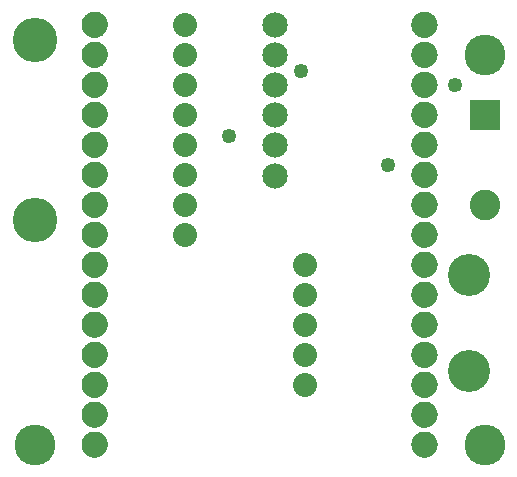
<source format=gbs>
G04 MADE WITH FRITZING*
G04 WWW.FRITZING.ORG*
G04 DOUBLE SIDED*
G04 HOLES PLATED*
G04 CONTOUR ON CENTER OF CONTOUR VECTOR*
%ASAXBY*%
%FSLAX23Y23*%
%MOIN*%
%OFA0B0*%
%SFA1.0B1.0*%
%ADD10C,0.135984*%
%ADD11C,0.148425*%
%ADD12C,0.080000*%
%ADD13C,0.102000*%
%ADD14C,0.084291*%
%ADD15C,0.140151*%
%ADD16C,0.049370*%
%ADD17R,0.102000X0.102000*%
%ADD18R,0.001000X0.001000*%
%LNMASK0*%
G90*
G70*
G54D10*
X1631Y100D03*
X131Y100D03*
X1631Y1400D03*
G54D11*
X131Y850D03*
G54D12*
X631Y1500D03*
X631Y1400D03*
X631Y1300D03*
X631Y1200D03*
X631Y1100D03*
X631Y1000D03*
X631Y900D03*
X631Y800D03*
G54D11*
X131Y1450D03*
X131Y850D03*
G54D12*
X631Y1500D03*
X631Y1400D03*
X631Y1300D03*
X631Y1200D03*
X631Y1100D03*
X631Y1000D03*
X631Y900D03*
X631Y800D03*
G54D11*
X131Y1450D03*
G54D13*
X1631Y1200D03*
X1631Y900D03*
G54D14*
X931Y1501D03*
X931Y1401D03*
X931Y1300D03*
X931Y1200D03*
X931Y1100D03*
X931Y999D03*
X931Y1501D03*
X931Y1401D03*
X931Y1300D03*
X931Y1200D03*
X931Y1100D03*
X931Y999D03*
G54D12*
X1031Y700D03*
X1031Y600D03*
X1031Y500D03*
X1031Y400D03*
X1031Y300D03*
G54D15*
X1578Y348D03*
X1578Y669D03*
G54D12*
X1031Y700D03*
X1031Y600D03*
X1031Y500D03*
X1031Y400D03*
X1031Y300D03*
G54D15*
X1578Y348D03*
X1578Y669D03*
G54D16*
X780Y1131D03*
X1308Y1035D03*
X1020Y1347D03*
X1531Y1300D03*
G54D17*
X1631Y1200D03*
G54D18*
X330Y1545D02*
X332Y1545D01*
X1429Y1545D02*
X1432Y1545D01*
X322Y1544D02*
X340Y1544D01*
X1422Y1544D02*
X1439Y1544D01*
X318Y1543D02*
X344Y1543D01*
X1418Y1543D02*
X1443Y1543D01*
X315Y1542D02*
X347Y1542D01*
X1415Y1542D02*
X1446Y1542D01*
X313Y1541D02*
X349Y1541D01*
X1413Y1541D02*
X1448Y1541D01*
X311Y1540D02*
X351Y1540D01*
X1410Y1540D02*
X1450Y1540D01*
X309Y1539D02*
X353Y1539D01*
X1409Y1539D02*
X1452Y1539D01*
X308Y1538D02*
X354Y1538D01*
X1407Y1538D02*
X1454Y1538D01*
X306Y1537D02*
X356Y1537D01*
X1406Y1537D02*
X1455Y1537D01*
X305Y1536D02*
X357Y1536D01*
X1404Y1536D02*
X1456Y1536D01*
X304Y1535D02*
X358Y1535D01*
X1403Y1535D02*
X1458Y1535D01*
X302Y1534D02*
X360Y1534D01*
X1402Y1534D02*
X1459Y1534D01*
X301Y1533D02*
X361Y1533D01*
X1401Y1533D02*
X1460Y1533D01*
X300Y1532D02*
X362Y1532D01*
X1400Y1532D02*
X1461Y1532D01*
X299Y1531D02*
X363Y1531D01*
X1399Y1531D02*
X1462Y1531D01*
X299Y1530D02*
X364Y1530D01*
X1398Y1530D02*
X1463Y1530D01*
X298Y1529D02*
X364Y1529D01*
X1397Y1529D02*
X1464Y1529D01*
X297Y1528D02*
X365Y1528D01*
X1396Y1528D02*
X1465Y1528D01*
X296Y1527D02*
X366Y1527D01*
X1396Y1527D02*
X1465Y1527D01*
X295Y1526D02*
X367Y1526D01*
X1395Y1526D02*
X1466Y1526D01*
X295Y1525D02*
X367Y1525D01*
X1394Y1525D02*
X1467Y1525D01*
X294Y1524D02*
X368Y1524D01*
X1394Y1524D02*
X1467Y1524D01*
X294Y1523D02*
X369Y1523D01*
X1393Y1523D02*
X1468Y1523D01*
X293Y1522D02*
X369Y1522D01*
X1392Y1522D02*
X1468Y1522D01*
X292Y1521D02*
X370Y1521D01*
X1392Y1521D02*
X1469Y1521D01*
X292Y1520D02*
X370Y1520D01*
X1391Y1520D02*
X1469Y1520D01*
X291Y1519D02*
X371Y1519D01*
X1391Y1519D02*
X1470Y1519D01*
X291Y1518D02*
X371Y1518D01*
X1390Y1518D02*
X1470Y1518D01*
X291Y1517D02*
X371Y1517D01*
X1390Y1517D02*
X1471Y1517D01*
X290Y1516D02*
X372Y1516D01*
X1390Y1516D02*
X1471Y1516D01*
X290Y1515D02*
X372Y1515D01*
X1389Y1515D02*
X1471Y1515D01*
X290Y1514D02*
X372Y1514D01*
X1389Y1514D02*
X1472Y1514D01*
X289Y1513D02*
X373Y1513D01*
X1389Y1513D02*
X1472Y1513D01*
X289Y1512D02*
X373Y1512D01*
X1388Y1512D02*
X1472Y1512D01*
X289Y1511D02*
X373Y1511D01*
X1388Y1511D02*
X1473Y1511D01*
X289Y1510D02*
X373Y1510D01*
X1388Y1510D02*
X1473Y1510D01*
X288Y1509D02*
X374Y1509D01*
X1388Y1509D02*
X1473Y1509D01*
X288Y1508D02*
X374Y1508D01*
X1388Y1508D02*
X1473Y1508D01*
X288Y1507D02*
X374Y1507D01*
X1387Y1507D02*
X1473Y1507D01*
X288Y1506D02*
X374Y1506D01*
X1387Y1506D02*
X1473Y1506D01*
X288Y1505D02*
X374Y1505D01*
X1387Y1505D02*
X1474Y1505D01*
X288Y1504D02*
X374Y1504D01*
X1387Y1504D02*
X1474Y1504D01*
X288Y1503D02*
X374Y1503D01*
X1387Y1503D02*
X1474Y1503D01*
X288Y1502D02*
X374Y1502D01*
X1387Y1502D02*
X1474Y1502D01*
X288Y1501D02*
X374Y1501D01*
X1387Y1501D02*
X1474Y1501D01*
X288Y1500D02*
X374Y1500D01*
X1387Y1500D02*
X1474Y1500D01*
X288Y1499D02*
X374Y1499D01*
X1387Y1499D02*
X1474Y1499D01*
X288Y1498D02*
X374Y1498D01*
X1387Y1498D02*
X1474Y1498D01*
X288Y1497D02*
X374Y1497D01*
X1387Y1497D02*
X1474Y1497D01*
X288Y1496D02*
X374Y1496D01*
X1387Y1496D02*
X1473Y1496D01*
X288Y1495D02*
X374Y1495D01*
X1388Y1495D02*
X1473Y1495D01*
X288Y1494D02*
X374Y1494D01*
X1388Y1494D02*
X1473Y1494D01*
X288Y1493D02*
X374Y1493D01*
X1388Y1493D02*
X1473Y1493D01*
X289Y1492D02*
X373Y1492D01*
X1388Y1492D02*
X1473Y1492D01*
X289Y1491D02*
X373Y1491D01*
X1388Y1491D02*
X1472Y1491D01*
X289Y1490D02*
X373Y1490D01*
X1389Y1490D02*
X1472Y1490D01*
X289Y1489D02*
X373Y1489D01*
X1389Y1489D02*
X1472Y1489D01*
X290Y1488D02*
X372Y1488D01*
X1389Y1488D02*
X1472Y1488D01*
X290Y1487D02*
X372Y1487D01*
X1389Y1487D02*
X1471Y1487D01*
X290Y1486D02*
X372Y1486D01*
X1390Y1486D02*
X1471Y1486D01*
X291Y1485D02*
X371Y1485D01*
X1390Y1485D02*
X1471Y1485D01*
X291Y1484D02*
X371Y1484D01*
X1391Y1484D02*
X1470Y1484D01*
X292Y1483D02*
X370Y1483D01*
X1391Y1483D02*
X1470Y1483D01*
X292Y1482D02*
X370Y1482D01*
X1391Y1482D02*
X1469Y1482D01*
X293Y1481D02*
X369Y1481D01*
X1392Y1481D02*
X1469Y1481D01*
X293Y1480D02*
X369Y1480D01*
X1393Y1480D02*
X1468Y1480D01*
X294Y1479D02*
X368Y1479D01*
X1393Y1479D02*
X1468Y1479D01*
X294Y1478D02*
X368Y1478D01*
X1394Y1478D02*
X1467Y1478D01*
X295Y1477D02*
X367Y1477D01*
X1394Y1477D02*
X1466Y1477D01*
X296Y1476D02*
X366Y1476D01*
X1395Y1476D02*
X1466Y1476D01*
X296Y1475D02*
X366Y1475D01*
X1396Y1475D02*
X1465Y1475D01*
X297Y1474D02*
X365Y1474D01*
X1397Y1474D02*
X1464Y1474D01*
X298Y1473D02*
X364Y1473D01*
X1397Y1473D02*
X1463Y1473D01*
X299Y1472D02*
X363Y1472D01*
X1398Y1472D02*
X1463Y1472D01*
X300Y1471D02*
X362Y1471D01*
X1399Y1471D02*
X1462Y1471D01*
X301Y1470D02*
X361Y1470D01*
X1400Y1470D02*
X1461Y1470D01*
X302Y1469D02*
X360Y1469D01*
X1401Y1469D02*
X1460Y1469D01*
X303Y1468D02*
X359Y1468D01*
X1402Y1468D02*
X1459Y1468D01*
X304Y1467D02*
X358Y1467D01*
X1403Y1467D02*
X1457Y1467D01*
X305Y1466D02*
X357Y1466D01*
X1405Y1466D02*
X1456Y1466D01*
X307Y1465D02*
X355Y1465D01*
X1406Y1465D02*
X1455Y1465D01*
X308Y1464D02*
X354Y1464D01*
X1408Y1464D02*
X1453Y1464D01*
X310Y1463D02*
X352Y1463D01*
X1409Y1463D02*
X1451Y1463D01*
X312Y1462D02*
X350Y1462D01*
X1411Y1462D02*
X1450Y1462D01*
X314Y1461D02*
X348Y1461D01*
X1413Y1461D02*
X1448Y1461D01*
X316Y1460D02*
X346Y1460D01*
X1416Y1460D02*
X1445Y1460D01*
X320Y1459D02*
X342Y1459D01*
X1419Y1459D02*
X1442Y1459D01*
X324Y1458D02*
X338Y1458D01*
X1424Y1458D02*
X1437Y1458D01*
X329Y1445D02*
X333Y1445D01*
X1428Y1445D02*
X1432Y1445D01*
X322Y1444D02*
X340Y1444D01*
X1421Y1444D02*
X1439Y1444D01*
X318Y1443D02*
X344Y1443D01*
X1417Y1443D02*
X1443Y1443D01*
X315Y1442D02*
X347Y1442D01*
X1415Y1442D02*
X1446Y1442D01*
X313Y1441D02*
X349Y1441D01*
X1412Y1441D02*
X1448Y1441D01*
X311Y1440D02*
X351Y1440D01*
X1410Y1440D02*
X1450Y1440D01*
X309Y1439D02*
X353Y1439D01*
X1409Y1439D02*
X1452Y1439D01*
X308Y1438D02*
X354Y1438D01*
X1407Y1438D02*
X1454Y1438D01*
X306Y1437D02*
X356Y1437D01*
X1406Y1437D02*
X1455Y1437D01*
X305Y1436D02*
X357Y1436D01*
X1404Y1436D02*
X1457Y1436D01*
X304Y1435D02*
X359Y1435D01*
X1403Y1435D02*
X1458Y1435D01*
X302Y1434D02*
X360Y1434D01*
X1402Y1434D02*
X1459Y1434D01*
X301Y1433D02*
X361Y1433D01*
X1401Y1433D02*
X1460Y1433D01*
X300Y1432D02*
X362Y1432D01*
X1400Y1432D02*
X1461Y1432D01*
X299Y1431D02*
X363Y1431D01*
X1399Y1431D02*
X1462Y1431D01*
X298Y1430D02*
X364Y1430D01*
X1398Y1430D02*
X1463Y1430D01*
X298Y1429D02*
X364Y1429D01*
X1397Y1429D02*
X1464Y1429D01*
X297Y1428D02*
X365Y1428D01*
X1396Y1428D02*
X1465Y1428D01*
X296Y1427D02*
X366Y1427D01*
X1395Y1427D02*
X1465Y1427D01*
X295Y1426D02*
X367Y1426D01*
X1395Y1426D02*
X1466Y1426D01*
X295Y1425D02*
X367Y1425D01*
X1394Y1425D02*
X1467Y1425D01*
X294Y1424D02*
X368Y1424D01*
X1393Y1424D02*
X1467Y1424D01*
X294Y1423D02*
X369Y1423D01*
X1393Y1423D02*
X1468Y1423D01*
X293Y1422D02*
X369Y1422D01*
X1392Y1422D02*
X1469Y1422D01*
X292Y1421D02*
X370Y1421D01*
X1392Y1421D02*
X1469Y1421D01*
X292Y1420D02*
X370Y1420D01*
X1391Y1420D02*
X1470Y1420D01*
X291Y1419D02*
X371Y1419D01*
X1391Y1419D02*
X1470Y1419D01*
X291Y1418D02*
X371Y1418D01*
X1390Y1418D02*
X1470Y1418D01*
X291Y1417D02*
X371Y1417D01*
X1390Y1417D02*
X1471Y1417D01*
X290Y1416D02*
X372Y1416D01*
X1390Y1416D02*
X1471Y1416D01*
X290Y1415D02*
X372Y1415D01*
X1389Y1415D02*
X1472Y1415D01*
X290Y1414D02*
X372Y1414D01*
X1389Y1414D02*
X1472Y1414D01*
X289Y1413D02*
X373Y1413D01*
X1389Y1413D02*
X1472Y1413D01*
X289Y1412D02*
X373Y1412D01*
X1388Y1412D02*
X1472Y1412D01*
X289Y1411D02*
X373Y1411D01*
X1388Y1411D02*
X1473Y1411D01*
X289Y1410D02*
X373Y1410D01*
X1388Y1410D02*
X1473Y1410D01*
X288Y1409D02*
X374Y1409D01*
X1388Y1409D02*
X1473Y1409D01*
X288Y1408D02*
X374Y1408D01*
X1388Y1408D02*
X1473Y1408D01*
X288Y1407D02*
X374Y1407D01*
X1387Y1407D02*
X1473Y1407D01*
X288Y1406D02*
X374Y1406D01*
X1387Y1406D02*
X1473Y1406D01*
X288Y1405D02*
X374Y1405D01*
X1387Y1405D02*
X1474Y1405D01*
X288Y1404D02*
X374Y1404D01*
X1387Y1404D02*
X1474Y1404D01*
X288Y1403D02*
X374Y1403D01*
X1387Y1403D02*
X1474Y1403D01*
X288Y1402D02*
X374Y1402D01*
X1387Y1402D02*
X1474Y1402D01*
X288Y1401D02*
X374Y1401D01*
X1387Y1401D02*
X1474Y1401D01*
X288Y1400D02*
X374Y1400D01*
X1387Y1400D02*
X1474Y1400D01*
X288Y1399D02*
X374Y1399D01*
X1387Y1399D02*
X1474Y1399D01*
X288Y1398D02*
X374Y1398D01*
X1387Y1398D02*
X1474Y1398D01*
X288Y1397D02*
X374Y1397D01*
X1387Y1397D02*
X1474Y1397D01*
X288Y1396D02*
X374Y1396D01*
X1387Y1396D02*
X1473Y1396D01*
X288Y1395D02*
X374Y1395D01*
X1388Y1395D02*
X1473Y1395D01*
X288Y1394D02*
X374Y1394D01*
X1388Y1394D02*
X1473Y1394D01*
X289Y1393D02*
X374Y1393D01*
X1388Y1393D02*
X1473Y1393D01*
X289Y1392D02*
X373Y1392D01*
X1388Y1392D02*
X1473Y1392D01*
X289Y1391D02*
X373Y1391D01*
X1388Y1391D02*
X1472Y1391D01*
X289Y1390D02*
X373Y1390D01*
X1389Y1390D02*
X1472Y1390D01*
X289Y1389D02*
X373Y1389D01*
X1389Y1389D02*
X1472Y1389D01*
X290Y1388D02*
X372Y1388D01*
X1389Y1388D02*
X1472Y1388D01*
X290Y1387D02*
X372Y1387D01*
X1389Y1387D02*
X1471Y1387D01*
X290Y1386D02*
X372Y1386D01*
X1390Y1386D02*
X1471Y1386D01*
X291Y1385D02*
X371Y1385D01*
X1390Y1385D02*
X1471Y1385D01*
X291Y1384D02*
X371Y1384D01*
X1391Y1384D02*
X1470Y1384D01*
X292Y1383D02*
X370Y1383D01*
X1391Y1383D02*
X1470Y1383D01*
X292Y1382D02*
X370Y1382D01*
X1392Y1382D02*
X1469Y1382D01*
X293Y1381D02*
X369Y1381D01*
X1392Y1381D02*
X1469Y1381D01*
X293Y1380D02*
X369Y1380D01*
X1393Y1380D02*
X1468Y1380D01*
X294Y1379D02*
X368Y1379D01*
X1393Y1379D02*
X1468Y1379D01*
X294Y1378D02*
X368Y1378D01*
X1394Y1378D02*
X1467Y1378D01*
X295Y1377D02*
X367Y1377D01*
X1394Y1377D02*
X1466Y1377D01*
X296Y1376D02*
X366Y1376D01*
X1395Y1376D02*
X1466Y1376D01*
X296Y1375D02*
X366Y1375D01*
X1396Y1375D02*
X1465Y1375D01*
X297Y1374D02*
X365Y1374D01*
X1397Y1374D02*
X1464Y1374D01*
X298Y1373D02*
X364Y1373D01*
X1397Y1373D02*
X1463Y1373D01*
X299Y1372D02*
X363Y1372D01*
X1398Y1372D02*
X1463Y1372D01*
X300Y1371D02*
X362Y1371D01*
X1399Y1371D02*
X1462Y1371D01*
X301Y1370D02*
X361Y1370D01*
X1400Y1370D02*
X1461Y1370D01*
X302Y1369D02*
X360Y1369D01*
X1401Y1369D02*
X1460Y1369D01*
X303Y1368D02*
X359Y1368D01*
X1402Y1368D02*
X1458Y1368D01*
X304Y1367D02*
X358Y1367D01*
X1404Y1367D02*
X1457Y1367D01*
X306Y1366D02*
X357Y1366D01*
X1405Y1366D02*
X1456Y1366D01*
X307Y1365D02*
X355Y1365D01*
X1406Y1365D02*
X1455Y1365D01*
X308Y1364D02*
X354Y1364D01*
X1408Y1364D02*
X1453Y1364D01*
X310Y1363D02*
X352Y1363D01*
X1409Y1363D02*
X1451Y1363D01*
X312Y1362D02*
X350Y1362D01*
X1411Y1362D02*
X1449Y1362D01*
X314Y1361D02*
X348Y1361D01*
X1413Y1361D02*
X1447Y1361D01*
X317Y1360D02*
X345Y1360D01*
X1416Y1360D02*
X1445Y1360D01*
X320Y1359D02*
X342Y1359D01*
X1419Y1359D02*
X1442Y1359D01*
X325Y1358D02*
X338Y1358D01*
X1424Y1358D02*
X1437Y1358D01*
X328Y1345D02*
X334Y1345D01*
X1428Y1345D02*
X1433Y1345D01*
X322Y1344D02*
X340Y1344D01*
X1421Y1344D02*
X1440Y1344D01*
X318Y1343D02*
X344Y1343D01*
X1417Y1343D02*
X1443Y1343D01*
X315Y1342D02*
X347Y1342D01*
X1415Y1342D02*
X1446Y1342D01*
X313Y1341D02*
X349Y1341D01*
X1412Y1341D02*
X1448Y1341D01*
X311Y1340D02*
X351Y1340D01*
X1410Y1340D02*
X1451Y1340D01*
X309Y1339D02*
X353Y1339D01*
X1409Y1339D02*
X1452Y1339D01*
X308Y1338D02*
X354Y1338D01*
X1407Y1338D02*
X1454Y1338D01*
X306Y1337D02*
X356Y1337D01*
X1406Y1337D02*
X1455Y1337D01*
X305Y1336D02*
X357Y1336D01*
X1404Y1336D02*
X1457Y1336D01*
X303Y1335D02*
X359Y1335D01*
X1403Y1335D02*
X1458Y1335D01*
X302Y1334D02*
X360Y1334D01*
X1402Y1334D02*
X1459Y1334D01*
X301Y1333D02*
X361Y1333D01*
X1401Y1333D02*
X1460Y1333D01*
X300Y1332D02*
X362Y1332D01*
X1400Y1332D02*
X1461Y1332D01*
X299Y1331D02*
X363Y1331D01*
X1399Y1331D02*
X1462Y1331D01*
X298Y1330D02*
X364Y1330D01*
X1398Y1330D02*
X1463Y1330D01*
X298Y1329D02*
X364Y1329D01*
X1397Y1329D02*
X1464Y1329D01*
X297Y1328D02*
X365Y1328D01*
X1396Y1328D02*
X1465Y1328D01*
X296Y1327D02*
X366Y1327D01*
X1395Y1327D02*
X1465Y1327D01*
X295Y1326D02*
X367Y1326D01*
X1395Y1326D02*
X1466Y1326D01*
X295Y1325D02*
X367Y1325D01*
X1394Y1325D02*
X1467Y1325D01*
X294Y1324D02*
X368Y1324D01*
X1393Y1324D02*
X1467Y1324D01*
X293Y1323D02*
X369Y1323D01*
X1393Y1323D02*
X1468Y1323D01*
X293Y1322D02*
X369Y1322D01*
X1392Y1322D02*
X1469Y1322D01*
X292Y1321D02*
X370Y1321D01*
X1392Y1321D02*
X1469Y1321D01*
X292Y1320D02*
X370Y1320D01*
X1391Y1320D02*
X1470Y1320D01*
X291Y1319D02*
X371Y1319D01*
X1391Y1319D02*
X1470Y1319D01*
X291Y1318D02*
X371Y1318D01*
X1390Y1318D02*
X1470Y1318D01*
X291Y1317D02*
X371Y1317D01*
X1390Y1317D02*
X1471Y1317D01*
X290Y1316D02*
X372Y1316D01*
X1390Y1316D02*
X1471Y1316D01*
X290Y1315D02*
X372Y1315D01*
X1389Y1315D02*
X1472Y1315D01*
X290Y1314D02*
X372Y1314D01*
X1389Y1314D02*
X1472Y1314D01*
X289Y1313D02*
X373Y1313D01*
X1389Y1313D02*
X1472Y1313D01*
X289Y1312D02*
X373Y1312D01*
X1388Y1312D02*
X1472Y1312D01*
X289Y1311D02*
X373Y1311D01*
X1388Y1311D02*
X1473Y1311D01*
X289Y1310D02*
X373Y1310D01*
X1388Y1310D02*
X1473Y1310D01*
X288Y1309D02*
X374Y1309D01*
X1388Y1309D02*
X1473Y1309D01*
X288Y1308D02*
X374Y1308D01*
X1388Y1308D02*
X1473Y1308D01*
X288Y1307D02*
X374Y1307D01*
X1387Y1307D02*
X1473Y1307D01*
X288Y1306D02*
X374Y1306D01*
X1387Y1306D02*
X1473Y1306D01*
X288Y1305D02*
X374Y1305D01*
X1387Y1305D02*
X1474Y1305D01*
X288Y1304D02*
X374Y1304D01*
X1387Y1304D02*
X1474Y1304D01*
X288Y1303D02*
X374Y1303D01*
X1387Y1303D02*
X1474Y1303D01*
X288Y1302D02*
X374Y1302D01*
X1387Y1302D02*
X1474Y1302D01*
X288Y1301D02*
X374Y1301D01*
X1387Y1301D02*
X1474Y1301D01*
X288Y1300D02*
X374Y1300D01*
X1387Y1300D02*
X1474Y1300D01*
X288Y1299D02*
X374Y1299D01*
X1387Y1299D02*
X1474Y1299D01*
X288Y1298D02*
X374Y1298D01*
X1387Y1298D02*
X1474Y1298D01*
X288Y1297D02*
X374Y1297D01*
X1387Y1297D02*
X1474Y1297D01*
X288Y1296D02*
X374Y1296D01*
X1387Y1296D02*
X1473Y1296D01*
X288Y1295D02*
X374Y1295D01*
X1388Y1295D02*
X1473Y1295D01*
X288Y1294D02*
X374Y1294D01*
X1388Y1294D02*
X1473Y1294D01*
X289Y1293D02*
X374Y1293D01*
X1388Y1293D02*
X1473Y1293D01*
X289Y1292D02*
X373Y1292D01*
X1388Y1292D02*
X1473Y1292D01*
X289Y1291D02*
X373Y1291D01*
X1388Y1291D02*
X1472Y1291D01*
X289Y1290D02*
X373Y1290D01*
X1389Y1290D02*
X1472Y1290D01*
X289Y1289D02*
X373Y1289D01*
X1389Y1289D02*
X1472Y1289D01*
X290Y1288D02*
X372Y1288D01*
X1389Y1288D02*
X1472Y1288D01*
X290Y1287D02*
X372Y1287D01*
X1389Y1287D02*
X1471Y1287D01*
X290Y1286D02*
X372Y1286D01*
X1390Y1286D02*
X1471Y1286D01*
X291Y1285D02*
X371Y1285D01*
X1390Y1285D02*
X1471Y1285D01*
X291Y1284D02*
X371Y1284D01*
X1391Y1284D02*
X1470Y1284D01*
X292Y1283D02*
X370Y1283D01*
X1391Y1283D02*
X1470Y1283D01*
X292Y1282D02*
X370Y1282D01*
X1392Y1282D02*
X1469Y1282D01*
X293Y1281D02*
X369Y1281D01*
X1392Y1281D02*
X1469Y1281D01*
X293Y1280D02*
X369Y1280D01*
X1393Y1280D02*
X1468Y1280D01*
X294Y1279D02*
X368Y1279D01*
X1393Y1279D02*
X1468Y1279D01*
X294Y1278D02*
X368Y1278D01*
X1394Y1278D02*
X1467Y1278D01*
X295Y1277D02*
X367Y1277D01*
X1394Y1277D02*
X1466Y1277D01*
X296Y1276D02*
X366Y1276D01*
X1395Y1276D02*
X1466Y1276D01*
X296Y1275D02*
X366Y1275D01*
X1396Y1275D02*
X1465Y1275D01*
X297Y1274D02*
X365Y1274D01*
X1397Y1274D02*
X1464Y1274D01*
X298Y1273D02*
X364Y1273D01*
X1397Y1273D02*
X1463Y1273D01*
X299Y1272D02*
X363Y1272D01*
X1398Y1272D02*
X1463Y1272D01*
X300Y1271D02*
X362Y1271D01*
X1399Y1271D02*
X1462Y1271D01*
X301Y1270D02*
X361Y1270D01*
X1400Y1270D02*
X1461Y1270D01*
X302Y1269D02*
X360Y1269D01*
X1401Y1269D02*
X1460Y1269D01*
X303Y1268D02*
X359Y1268D01*
X1402Y1268D02*
X1458Y1268D01*
X304Y1267D02*
X358Y1267D01*
X1404Y1267D02*
X1457Y1267D01*
X306Y1266D02*
X356Y1266D01*
X1405Y1266D02*
X1456Y1266D01*
X307Y1265D02*
X355Y1265D01*
X1406Y1265D02*
X1454Y1265D01*
X309Y1264D02*
X354Y1264D01*
X1408Y1264D02*
X1453Y1264D01*
X310Y1263D02*
X352Y1263D01*
X1410Y1263D02*
X1451Y1263D01*
X312Y1262D02*
X350Y1262D01*
X1411Y1262D02*
X1449Y1262D01*
X314Y1261D02*
X348Y1261D01*
X1413Y1261D02*
X1447Y1261D01*
X317Y1260D02*
X345Y1260D01*
X1416Y1260D02*
X1445Y1260D01*
X320Y1259D02*
X342Y1259D01*
X1419Y1259D02*
X1441Y1259D01*
X325Y1258D02*
X337Y1258D01*
X1424Y1258D02*
X1437Y1258D01*
X327Y1245D02*
X335Y1245D01*
X1427Y1245D02*
X1434Y1245D01*
X322Y1244D02*
X340Y1244D01*
X1421Y1244D02*
X1440Y1244D01*
X318Y1243D02*
X344Y1243D01*
X1417Y1243D02*
X1444Y1243D01*
X315Y1242D02*
X347Y1242D01*
X1414Y1242D02*
X1446Y1242D01*
X313Y1241D02*
X349Y1241D01*
X1412Y1241D02*
X1449Y1241D01*
X311Y1240D02*
X351Y1240D01*
X1410Y1240D02*
X1451Y1240D01*
X309Y1239D02*
X353Y1239D01*
X1409Y1239D02*
X1452Y1239D01*
X308Y1238D02*
X355Y1238D01*
X1407Y1238D02*
X1454Y1238D01*
X306Y1237D02*
X356Y1237D01*
X1405Y1237D02*
X1455Y1237D01*
X305Y1236D02*
X357Y1236D01*
X1404Y1236D02*
X1457Y1236D01*
X303Y1235D02*
X359Y1235D01*
X1403Y1235D02*
X1458Y1235D01*
X302Y1234D02*
X360Y1234D01*
X1402Y1234D02*
X1459Y1234D01*
X301Y1233D02*
X361Y1233D01*
X1401Y1233D02*
X1460Y1233D01*
X300Y1232D02*
X362Y1232D01*
X1400Y1232D02*
X1461Y1232D01*
X299Y1231D02*
X363Y1231D01*
X1399Y1231D02*
X1462Y1231D01*
X298Y1230D02*
X364Y1230D01*
X1398Y1230D02*
X1463Y1230D01*
X298Y1229D02*
X365Y1229D01*
X1397Y1229D02*
X1464Y1229D01*
X297Y1228D02*
X365Y1228D01*
X1396Y1228D02*
X1465Y1228D01*
X296Y1227D02*
X366Y1227D01*
X1395Y1227D02*
X1465Y1227D01*
X295Y1226D02*
X367Y1226D01*
X1395Y1226D02*
X1466Y1226D01*
X295Y1225D02*
X367Y1225D01*
X1394Y1225D02*
X1467Y1225D01*
X294Y1224D02*
X368Y1224D01*
X1393Y1224D02*
X1467Y1224D01*
X293Y1223D02*
X369Y1223D01*
X1393Y1223D02*
X1468Y1223D01*
X293Y1222D02*
X369Y1222D01*
X1392Y1222D02*
X1469Y1222D01*
X292Y1221D02*
X370Y1221D01*
X1392Y1221D02*
X1469Y1221D01*
X292Y1220D02*
X370Y1220D01*
X1391Y1220D02*
X1470Y1220D01*
X291Y1219D02*
X371Y1219D01*
X1391Y1219D02*
X1470Y1219D01*
X291Y1218D02*
X371Y1218D01*
X1390Y1218D02*
X1470Y1218D01*
X291Y1217D02*
X371Y1217D01*
X1390Y1217D02*
X1471Y1217D01*
X290Y1216D02*
X372Y1216D01*
X1390Y1216D02*
X1471Y1216D01*
X290Y1215D02*
X372Y1215D01*
X1389Y1215D02*
X1472Y1215D01*
X290Y1214D02*
X372Y1214D01*
X1389Y1214D02*
X1472Y1214D01*
X289Y1213D02*
X373Y1213D01*
X1389Y1213D02*
X1472Y1213D01*
X289Y1212D02*
X373Y1212D01*
X1388Y1212D02*
X1472Y1212D01*
X289Y1211D02*
X373Y1211D01*
X1388Y1211D02*
X1473Y1211D01*
X289Y1210D02*
X373Y1210D01*
X1388Y1210D02*
X1473Y1210D01*
X288Y1209D02*
X374Y1209D01*
X1388Y1209D02*
X1473Y1209D01*
X288Y1208D02*
X374Y1208D01*
X1388Y1208D02*
X1473Y1208D01*
X288Y1207D02*
X374Y1207D01*
X1387Y1207D02*
X1473Y1207D01*
X288Y1206D02*
X374Y1206D01*
X1387Y1206D02*
X1473Y1206D01*
X288Y1205D02*
X374Y1205D01*
X1387Y1205D02*
X1474Y1205D01*
X288Y1204D02*
X374Y1204D01*
X1387Y1204D02*
X1474Y1204D01*
X288Y1203D02*
X374Y1203D01*
X1387Y1203D02*
X1474Y1203D01*
X288Y1202D02*
X374Y1202D01*
X1387Y1202D02*
X1474Y1202D01*
X288Y1201D02*
X374Y1201D01*
X1387Y1201D02*
X1474Y1201D01*
X288Y1200D02*
X374Y1200D01*
X1387Y1200D02*
X1474Y1200D01*
X288Y1199D02*
X374Y1199D01*
X1387Y1199D02*
X1474Y1199D01*
X288Y1198D02*
X374Y1198D01*
X1387Y1198D02*
X1474Y1198D01*
X288Y1197D02*
X374Y1197D01*
X1387Y1197D02*
X1474Y1197D01*
X288Y1196D02*
X374Y1196D01*
X1387Y1196D02*
X1473Y1196D01*
X288Y1195D02*
X374Y1195D01*
X1388Y1195D02*
X1473Y1195D01*
X288Y1194D02*
X374Y1194D01*
X1388Y1194D02*
X1473Y1194D01*
X289Y1193D02*
X374Y1193D01*
X1388Y1193D02*
X1473Y1193D01*
X289Y1192D02*
X373Y1192D01*
X1388Y1192D02*
X1473Y1192D01*
X289Y1191D02*
X373Y1191D01*
X1388Y1191D02*
X1472Y1191D01*
X289Y1190D02*
X373Y1190D01*
X1389Y1190D02*
X1472Y1190D01*
X289Y1189D02*
X373Y1189D01*
X1389Y1189D02*
X1472Y1189D01*
X290Y1188D02*
X372Y1188D01*
X1389Y1188D02*
X1472Y1188D01*
X290Y1187D02*
X372Y1187D01*
X1389Y1187D02*
X1471Y1187D01*
X290Y1186D02*
X372Y1186D01*
X1390Y1186D02*
X1471Y1186D01*
X291Y1185D02*
X371Y1185D01*
X1390Y1185D02*
X1471Y1185D01*
X291Y1184D02*
X371Y1184D01*
X1391Y1184D02*
X1470Y1184D01*
X292Y1183D02*
X370Y1183D01*
X1391Y1183D02*
X1470Y1183D01*
X292Y1182D02*
X370Y1182D01*
X1392Y1182D02*
X1469Y1182D01*
X293Y1181D02*
X369Y1181D01*
X1392Y1181D02*
X1469Y1181D01*
X293Y1180D02*
X369Y1180D01*
X1393Y1180D02*
X1468Y1180D01*
X294Y1179D02*
X368Y1179D01*
X1393Y1179D02*
X1468Y1179D01*
X294Y1178D02*
X368Y1178D01*
X1394Y1178D02*
X1467Y1178D01*
X295Y1177D02*
X367Y1177D01*
X1394Y1177D02*
X1466Y1177D01*
X296Y1176D02*
X366Y1176D01*
X1395Y1176D02*
X1466Y1176D01*
X297Y1175D02*
X366Y1175D01*
X1396Y1175D02*
X1465Y1175D01*
X297Y1174D02*
X365Y1174D01*
X1397Y1174D02*
X1464Y1174D01*
X298Y1173D02*
X364Y1173D01*
X1397Y1173D02*
X1463Y1173D01*
X299Y1172D02*
X363Y1172D01*
X1398Y1172D02*
X1462Y1172D01*
X300Y1171D02*
X362Y1171D01*
X1399Y1171D02*
X1462Y1171D01*
X301Y1170D02*
X361Y1170D01*
X1400Y1170D02*
X1461Y1170D01*
X302Y1169D02*
X360Y1169D01*
X1401Y1169D02*
X1459Y1169D01*
X303Y1168D02*
X359Y1168D01*
X1402Y1168D02*
X1458Y1168D01*
X304Y1167D02*
X358Y1167D01*
X1404Y1167D02*
X1457Y1167D01*
X306Y1166D02*
X356Y1166D01*
X1405Y1166D02*
X1456Y1166D01*
X307Y1165D02*
X355Y1165D01*
X1406Y1165D02*
X1454Y1165D01*
X309Y1164D02*
X353Y1164D01*
X1408Y1164D02*
X1453Y1164D01*
X310Y1163D02*
X352Y1163D01*
X1410Y1163D02*
X1451Y1163D01*
X312Y1162D02*
X350Y1162D01*
X1412Y1162D02*
X1449Y1162D01*
X314Y1161D02*
X348Y1161D01*
X1414Y1161D02*
X1447Y1161D01*
X317Y1160D02*
X345Y1160D01*
X1416Y1160D02*
X1445Y1160D01*
X320Y1159D02*
X342Y1159D01*
X1420Y1159D02*
X1441Y1159D01*
X325Y1158D02*
X337Y1158D01*
X1424Y1158D02*
X1436Y1158D01*
X327Y1145D02*
X335Y1145D01*
X1426Y1145D02*
X1434Y1145D01*
X321Y1144D02*
X341Y1144D01*
X1421Y1144D02*
X1440Y1144D01*
X318Y1143D02*
X344Y1143D01*
X1417Y1143D02*
X1444Y1143D01*
X315Y1142D02*
X347Y1142D01*
X1414Y1142D02*
X1447Y1142D01*
X313Y1141D02*
X349Y1141D01*
X1412Y1141D02*
X1449Y1141D01*
X311Y1140D02*
X351Y1140D01*
X1410Y1140D02*
X1451Y1140D01*
X309Y1139D02*
X353Y1139D01*
X1408Y1139D02*
X1452Y1139D01*
X307Y1138D02*
X355Y1138D01*
X1407Y1138D02*
X1454Y1138D01*
X306Y1137D02*
X356Y1137D01*
X1405Y1137D02*
X1455Y1137D01*
X305Y1136D02*
X357Y1136D01*
X1404Y1136D02*
X1457Y1136D01*
X303Y1135D02*
X359Y1135D01*
X1403Y1135D02*
X1458Y1135D01*
X302Y1134D02*
X360Y1134D01*
X1402Y1134D02*
X1459Y1134D01*
X301Y1133D02*
X361Y1133D01*
X1400Y1133D02*
X1460Y1133D01*
X300Y1132D02*
X362Y1132D01*
X1399Y1132D02*
X1461Y1132D01*
X299Y1131D02*
X363Y1131D01*
X1399Y1131D02*
X1462Y1131D01*
X298Y1130D02*
X364Y1130D01*
X1398Y1130D02*
X1463Y1130D01*
X297Y1129D02*
X365Y1129D01*
X1397Y1129D02*
X1464Y1129D01*
X297Y1128D02*
X365Y1128D01*
X1396Y1128D02*
X1465Y1128D01*
X296Y1127D02*
X366Y1127D01*
X1395Y1127D02*
X1465Y1127D01*
X295Y1126D02*
X367Y1126D01*
X1395Y1126D02*
X1466Y1126D01*
X295Y1125D02*
X367Y1125D01*
X1394Y1125D02*
X1467Y1125D01*
X294Y1124D02*
X368Y1124D01*
X1393Y1124D02*
X1467Y1124D01*
X293Y1123D02*
X369Y1123D01*
X1393Y1123D02*
X1468Y1123D01*
X293Y1122D02*
X369Y1122D01*
X1392Y1122D02*
X1469Y1122D01*
X292Y1121D02*
X370Y1121D01*
X1392Y1121D02*
X1469Y1121D01*
X292Y1120D02*
X370Y1120D01*
X1391Y1120D02*
X1470Y1120D01*
X291Y1119D02*
X371Y1119D01*
X1391Y1119D02*
X1470Y1119D01*
X291Y1118D02*
X371Y1118D01*
X1390Y1118D02*
X1470Y1118D01*
X291Y1117D02*
X371Y1117D01*
X1390Y1117D02*
X1471Y1117D01*
X290Y1116D02*
X372Y1116D01*
X1390Y1116D02*
X1471Y1116D01*
X290Y1115D02*
X372Y1115D01*
X1389Y1115D02*
X1472Y1115D01*
X290Y1114D02*
X372Y1114D01*
X1389Y1114D02*
X1472Y1114D01*
X289Y1113D02*
X373Y1113D01*
X1389Y1113D02*
X1472Y1113D01*
X289Y1112D02*
X373Y1112D01*
X1388Y1112D02*
X1472Y1112D01*
X289Y1111D02*
X373Y1111D01*
X1388Y1111D02*
X1473Y1111D01*
X289Y1110D02*
X373Y1110D01*
X1388Y1110D02*
X1473Y1110D01*
X288Y1109D02*
X374Y1109D01*
X1388Y1109D02*
X1473Y1109D01*
X288Y1108D02*
X374Y1108D01*
X1388Y1108D02*
X1473Y1108D01*
X288Y1107D02*
X374Y1107D01*
X1387Y1107D02*
X1473Y1107D01*
X288Y1106D02*
X374Y1106D01*
X1387Y1106D02*
X1473Y1106D01*
X288Y1105D02*
X374Y1105D01*
X1387Y1105D02*
X1474Y1105D01*
X288Y1104D02*
X374Y1104D01*
X1387Y1104D02*
X1474Y1104D01*
X288Y1103D02*
X374Y1103D01*
X1387Y1103D02*
X1474Y1103D01*
X288Y1102D02*
X374Y1102D01*
X1387Y1102D02*
X1474Y1102D01*
X288Y1101D02*
X374Y1101D01*
X1387Y1101D02*
X1474Y1101D01*
X288Y1100D02*
X374Y1100D01*
X1387Y1100D02*
X1474Y1100D01*
X288Y1099D02*
X374Y1099D01*
X1387Y1099D02*
X1474Y1099D01*
X288Y1098D02*
X374Y1098D01*
X1387Y1098D02*
X1474Y1098D01*
X288Y1097D02*
X374Y1097D01*
X1387Y1097D02*
X1474Y1097D01*
X288Y1096D02*
X374Y1096D01*
X1387Y1096D02*
X1473Y1096D01*
X288Y1095D02*
X374Y1095D01*
X1388Y1095D02*
X1473Y1095D01*
X288Y1094D02*
X374Y1094D01*
X1388Y1094D02*
X1473Y1094D01*
X289Y1093D02*
X374Y1093D01*
X1388Y1093D02*
X1473Y1093D01*
X289Y1092D02*
X373Y1092D01*
X1388Y1092D02*
X1473Y1092D01*
X289Y1091D02*
X373Y1091D01*
X1388Y1091D02*
X1472Y1091D01*
X289Y1090D02*
X373Y1090D01*
X1389Y1090D02*
X1472Y1090D01*
X289Y1089D02*
X373Y1089D01*
X1389Y1089D02*
X1472Y1089D01*
X290Y1088D02*
X372Y1088D01*
X1389Y1088D02*
X1472Y1088D01*
X290Y1087D02*
X372Y1087D01*
X1390Y1087D02*
X1471Y1087D01*
X290Y1086D02*
X372Y1086D01*
X1390Y1086D02*
X1471Y1086D01*
X291Y1085D02*
X371Y1085D01*
X1390Y1085D02*
X1471Y1085D01*
X291Y1084D02*
X371Y1084D01*
X1391Y1084D02*
X1470Y1084D01*
X292Y1083D02*
X370Y1083D01*
X1391Y1083D02*
X1470Y1083D01*
X292Y1082D02*
X370Y1082D01*
X1392Y1082D02*
X1469Y1082D01*
X293Y1081D02*
X369Y1081D01*
X1392Y1081D02*
X1469Y1081D01*
X293Y1080D02*
X369Y1080D01*
X1393Y1080D02*
X1468Y1080D01*
X294Y1079D02*
X368Y1079D01*
X1393Y1079D02*
X1468Y1079D01*
X294Y1078D02*
X368Y1078D01*
X1394Y1078D02*
X1467Y1078D01*
X295Y1077D02*
X367Y1077D01*
X1394Y1077D02*
X1466Y1077D01*
X296Y1076D02*
X366Y1076D01*
X1395Y1076D02*
X1466Y1076D01*
X297Y1075D02*
X365Y1075D01*
X1396Y1075D02*
X1465Y1075D01*
X297Y1074D02*
X365Y1074D01*
X1397Y1074D02*
X1464Y1074D01*
X298Y1073D02*
X364Y1073D01*
X1397Y1073D02*
X1463Y1073D01*
X299Y1072D02*
X363Y1072D01*
X1398Y1072D02*
X1462Y1072D01*
X300Y1071D02*
X362Y1071D01*
X1399Y1071D02*
X1462Y1071D01*
X301Y1070D02*
X361Y1070D01*
X1400Y1070D02*
X1461Y1070D01*
X302Y1069D02*
X360Y1069D01*
X1401Y1069D02*
X1459Y1069D01*
X303Y1068D02*
X359Y1068D01*
X1402Y1068D02*
X1458Y1068D01*
X304Y1067D02*
X358Y1067D01*
X1404Y1067D02*
X1457Y1067D01*
X306Y1066D02*
X356Y1066D01*
X1405Y1066D02*
X1456Y1066D01*
X307Y1065D02*
X355Y1065D01*
X1406Y1065D02*
X1454Y1065D01*
X309Y1064D02*
X353Y1064D01*
X1408Y1064D02*
X1453Y1064D01*
X310Y1063D02*
X352Y1063D01*
X1410Y1063D02*
X1451Y1063D01*
X312Y1062D02*
X350Y1062D01*
X1412Y1062D02*
X1449Y1062D01*
X314Y1061D02*
X348Y1061D01*
X1414Y1061D02*
X1447Y1061D01*
X317Y1060D02*
X345Y1060D01*
X1416Y1060D02*
X1444Y1060D01*
X320Y1059D02*
X342Y1059D01*
X1420Y1059D02*
X1441Y1059D01*
X325Y1058D02*
X337Y1058D01*
X1425Y1058D02*
X1436Y1058D01*
X327Y1045D02*
X335Y1045D01*
X1426Y1045D02*
X1435Y1045D01*
X321Y1044D02*
X341Y1044D01*
X1421Y1044D02*
X1440Y1044D01*
X318Y1043D02*
X345Y1043D01*
X1417Y1043D02*
X1444Y1043D01*
X315Y1042D02*
X347Y1042D01*
X1414Y1042D02*
X1447Y1042D01*
X313Y1041D02*
X349Y1041D01*
X1412Y1041D02*
X1449Y1041D01*
X311Y1040D02*
X351Y1040D01*
X1410Y1040D02*
X1451Y1040D01*
X309Y1039D02*
X353Y1039D01*
X1408Y1039D02*
X1452Y1039D01*
X307Y1038D02*
X355Y1038D01*
X1407Y1038D02*
X1454Y1038D01*
X306Y1037D02*
X356Y1037D01*
X1405Y1037D02*
X1455Y1037D01*
X305Y1036D02*
X357Y1036D01*
X1404Y1036D02*
X1457Y1036D01*
X303Y1035D02*
X359Y1035D01*
X1403Y1035D02*
X1458Y1035D01*
X302Y1034D02*
X360Y1034D01*
X1402Y1034D02*
X1459Y1034D01*
X301Y1033D02*
X361Y1033D01*
X1400Y1033D02*
X1460Y1033D01*
X300Y1032D02*
X362Y1032D01*
X1399Y1032D02*
X1461Y1032D01*
X299Y1031D02*
X363Y1031D01*
X1399Y1031D02*
X1462Y1031D01*
X298Y1030D02*
X364Y1030D01*
X1398Y1030D02*
X1463Y1030D01*
X297Y1029D02*
X365Y1029D01*
X1397Y1029D02*
X1464Y1029D01*
X297Y1028D02*
X365Y1028D01*
X1396Y1028D02*
X1465Y1028D01*
X296Y1027D02*
X366Y1027D01*
X1395Y1027D02*
X1465Y1027D01*
X295Y1026D02*
X367Y1026D01*
X1395Y1026D02*
X1466Y1026D01*
X295Y1025D02*
X367Y1025D01*
X1394Y1025D02*
X1467Y1025D01*
X294Y1024D02*
X368Y1024D01*
X1393Y1024D02*
X1467Y1024D01*
X293Y1023D02*
X369Y1023D01*
X1393Y1023D02*
X1468Y1023D01*
X293Y1022D02*
X369Y1022D01*
X1392Y1022D02*
X1469Y1022D01*
X292Y1021D02*
X370Y1021D01*
X1392Y1021D02*
X1469Y1021D01*
X292Y1020D02*
X370Y1020D01*
X1391Y1020D02*
X1470Y1020D01*
X291Y1019D02*
X371Y1019D01*
X1391Y1019D02*
X1470Y1019D01*
X291Y1018D02*
X371Y1018D01*
X1390Y1018D02*
X1471Y1018D01*
X291Y1017D02*
X372Y1017D01*
X1390Y1017D02*
X1471Y1017D01*
X290Y1016D02*
X372Y1016D01*
X1390Y1016D02*
X1471Y1016D01*
X290Y1015D02*
X372Y1015D01*
X1389Y1015D02*
X1472Y1015D01*
X290Y1014D02*
X373Y1014D01*
X1389Y1014D02*
X1472Y1014D01*
X289Y1013D02*
X373Y1013D01*
X1389Y1013D02*
X1472Y1013D01*
X289Y1012D02*
X373Y1012D01*
X1388Y1012D02*
X1472Y1012D01*
X289Y1011D02*
X373Y1011D01*
X1388Y1011D02*
X1473Y1011D01*
X289Y1010D02*
X373Y1010D01*
X1388Y1010D02*
X1473Y1010D01*
X288Y1009D02*
X374Y1009D01*
X1388Y1009D02*
X1473Y1009D01*
X288Y1008D02*
X374Y1008D01*
X1388Y1008D02*
X1473Y1008D01*
X288Y1007D02*
X374Y1007D01*
X1387Y1007D02*
X1473Y1007D01*
X288Y1006D02*
X374Y1006D01*
X1387Y1006D02*
X1473Y1006D01*
X288Y1005D02*
X374Y1005D01*
X1387Y1005D02*
X1474Y1005D01*
X288Y1004D02*
X374Y1004D01*
X1387Y1004D02*
X1474Y1004D01*
X288Y1003D02*
X374Y1003D01*
X1387Y1003D02*
X1474Y1003D01*
X288Y1002D02*
X374Y1002D01*
X1387Y1002D02*
X1474Y1002D01*
X288Y1001D02*
X374Y1001D01*
X1387Y1001D02*
X1474Y1001D01*
X288Y1000D02*
X374Y1000D01*
X1387Y1000D02*
X1474Y1000D01*
X288Y999D02*
X374Y999D01*
X1387Y999D02*
X1474Y999D01*
X288Y998D02*
X374Y998D01*
X1387Y998D02*
X1474Y998D01*
X288Y997D02*
X374Y997D01*
X1387Y997D02*
X1474Y997D01*
X288Y996D02*
X374Y996D01*
X1387Y996D02*
X1473Y996D01*
X288Y995D02*
X374Y995D01*
X1388Y995D02*
X1473Y995D01*
X288Y994D02*
X374Y994D01*
X1388Y994D02*
X1473Y994D01*
X289Y993D02*
X374Y993D01*
X1388Y993D02*
X1473Y993D01*
X289Y992D02*
X373Y992D01*
X1388Y992D02*
X1473Y992D01*
X289Y991D02*
X373Y991D01*
X1388Y991D02*
X1472Y991D01*
X289Y990D02*
X373Y990D01*
X1389Y990D02*
X1472Y990D01*
X290Y989D02*
X373Y989D01*
X1389Y989D02*
X1472Y989D01*
X290Y988D02*
X372Y988D01*
X1389Y988D02*
X1472Y988D01*
X290Y987D02*
X372Y987D01*
X1390Y987D02*
X1471Y987D01*
X290Y986D02*
X372Y986D01*
X1390Y986D02*
X1471Y986D01*
X291Y985D02*
X371Y985D01*
X1390Y985D02*
X1471Y985D01*
X291Y984D02*
X371Y984D01*
X1391Y984D02*
X1470Y984D01*
X292Y983D02*
X370Y983D01*
X1391Y983D02*
X1470Y983D01*
X292Y982D02*
X370Y982D01*
X1392Y982D02*
X1469Y982D01*
X293Y981D02*
X369Y981D01*
X1392Y981D02*
X1469Y981D01*
X293Y980D02*
X369Y980D01*
X1393Y980D02*
X1468Y980D01*
X294Y979D02*
X368Y979D01*
X1393Y979D02*
X1468Y979D01*
X295Y978D02*
X368Y978D01*
X1394Y978D02*
X1467Y978D01*
X295Y977D02*
X367Y977D01*
X1395Y977D02*
X1466Y977D01*
X296Y976D02*
X366Y976D01*
X1395Y976D02*
X1466Y976D01*
X297Y975D02*
X365Y975D01*
X1396Y975D02*
X1465Y975D01*
X297Y974D02*
X365Y974D01*
X1397Y974D02*
X1464Y974D01*
X298Y973D02*
X364Y973D01*
X1398Y973D02*
X1463Y973D01*
X299Y972D02*
X363Y972D01*
X1398Y972D02*
X1462Y972D01*
X300Y971D02*
X362Y971D01*
X1399Y971D02*
X1461Y971D01*
X301Y970D02*
X361Y970D01*
X1400Y970D02*
X1461Y970D01*
X302Y969D02*
X360Y969D01*
X1401Y969D02*
X1459Y969D01*
X303Y968D02*
X359Y968D01*
X1403Y968D02*
X1458Y968D01*
X304Y967D02*
X358Y967D01*
X1404Y967D02*
X1457Y967D01*
X306Y966D02*
X356Y966D01*
X1405Y966D02*
X1456Y966D01*
X307Y965D02*
X355Y965D01*
X1407Y965D02*
X1454Y965D01*
X309Y964D02*
X353Y964D01*
X1408Y964D02*
X1453Y964D01*
X310Y963D02*
X352Y963D01*
X1410Y963D02*
X1451Y963D01*
X312Y962D02*
X350Y962D01*
X1412Y962D02*
X1449Y962D01*
X314Y961D02*
X348Y961D01*
X1414Y961D02*
X1447Y961D01*
X317Y960D02*
X345Y960D01*
X1417Y960D02*
X1444Y960D01*
X321Y959D02*
X341Y959D01*
X1420Y959D02*
X1441Y959D01*
X326Y958D02*
X336Y958D01*
X1425Y958D02*
X1436Y958D01*
X326Y945D02*
X336Y945D01*
X1426Y945D02*
X1435Y945D01*
X321Y944D02*
X341Y944D01*
X1420Y944D02*
X1440Y944D01*
X317Y943D02*
X345Y943D01*
X1417Y943D02*
X1444Y943D01*
X315Y942D02*
X347Y942D01*
X1414Y942D02*
X1447Y942D01*
X313Y941D02*
X350Y941D01*
X1412Y941D02*
X1449Y941D01*
X311Y940D02*
X352Y940D01*
X1410Y940D02*
X1451Y940D01*
X309Y939D02*
X353Y939D01*
X1408Y939D02*
X1453Y939D01*
X307Y938D02*
X355Y938D01*
X1407Y938D02*
X1454Y938D01*
X306Y937D02*
X356Y937D01*
X1405Y937D02*
X1456Y937D01*
X305Y936D02*
X358Y936D01*
X1404Y936D02*
X1457Y936D01*
X303Y935D02*
X359Y935D01*
X1403Y935D02*
X1458Y935D01*
X302Y934D02*
X360Y934D01*
X1402Y934D02*
X1459Y934D01*
X301Y933D02*
X361Y933D01*
X1400Y933D02*
X1460Y933D01*
X300Y932D02*
X362Y932D01*
X1399Y932D02*
X1461Y932D01*
X299Y931D02*
X363Y931D01*
X1398Y931D02*
X1462Y931D01*
X298Y930D02*
X364Y930D01*
X1398Y930D02*
X1463Y930D01*
X297Y929D02*
X365Y929D01*
X1397Y929D02*
X1464Y929D01*
X297Y928D02*
X365Y928D01*
X1396Y928D02*
X1465Y928D01*
X296Y927D02*
X366Y927D01*
X1395Y927D02*
X1465Y927D01*
X295Y926D02*
X367Y926D01*
X1395Y926D02*
X1466Y926D01*
X295Y925D02*
X367Y925D01*
X1394Y925D02*
X1467Y925D01*
X294Y924D02*
X368Y924D01*
X1393Y924D02*
X1467Y924D01*
X293Y923D02*
X369Y923D01*
X1393Y923D02*
X1468Y923D01*
X293Y922D02*
X369Y922D01*
X1392Y922D02*
X1469Y922D01*
X292Y921D02*
X370Y921D01*
X1392Y921D02*
X1469Y921D01*
X292Y920D02*
X370Y920D01*
X1391Y920D02*
X1470Y920D01*
X291Y919D02*
X371Y919D01*
X1391Y919D02*
X1470Y919D01*
X291Y918D02*
X371Y918D01*
X1390Y918D02*
X1471Y918D01*
X291Y917D02*
X372Y917D01*
X1390Y917D02*
X1471Y917D01*
X290Y916D02*
X372Y916D01*
X1390Y916D02*
X1471Y916D01*
X290Y915D02*
X372Y915D01*
X1389Y915D02*
X1472Y915D01*
X290Y914D02*
X373Y914D01*
X1389Y914D02*
X1472Y914D01*
X289Y913D02*
X373Y913D01*
X1389Y913D02*
X1472Y913D01*
X289Y912D02*
X373Y912D01*
X1388Y912D02*
X1472Y912D01*
X289Y911D02*
X373Y911D01*
X1388Y911D02*
X1473Y911D01*
X289Y910D02*
X373Y910D01*
X1388Y910D02*
X1473Y910D01*
X288Y909D02*
X374Y909D01*
X1388Y909D02*
X1473Y909D01*
X288Y908D02*
X374Y908D01*
X1388Y908D02*
X1473Y908D01*
X288Y907D02*
X374Y907D01*
X1387Y907D02*
X1473Y907D01*
X288Y906D02*
X374Y906D01*
X1387Y906D02*
X1474Y906D01*
X288Y905D02*
X374Y905D01*
X1387Y905D02*
X1474Y905D01*
X288Y904D02*
X374Y904D01*
X1387Y904D02*
X1474Y904D01*
X288Y903D02*
X374Y903D01*
X1387Y903D02*
X1474Y903D01*
X288Y902D02*
X374Y902D01*
X1387Y902D02*
X1474Y902D01*
X288Y901D02*
X374Y901D01*
X1387Y901D02*
X1474Y901D01*
X288Y900D02*
X374Y900D01*
X1387Y900D02*
X1474Y900D01*
X288Y899D02*
X374Y899D01*
X1387Y899D02*
X1474Y899D01*
X288Y898D02*
X374Y898D01*
X1387Y898D02*
X1474Y898D01*
X288Y897D02*
X374Y897D01*
X1387Y897D02*
X1474Y897D01*
X288Y896D02*
X374Y896D01*
X1387Y896D02*
X1473Y896D01*
X288Y895D02*
X374Y895D01*
X1388Y895D02*
X1473Y895D01*
X288Y894D02*
X374Y894D01*
X1388Y894D02*
X1473Y894D01*
X289Y893D02*
X373Y893D01*
X1388Y893D02*
X1473Y893D01*
X289Y892D02*
X373Y892D01*
X1388Y892D02*
X1473Y892D01*
X289Y891D02*
X373Y891D01*
X1388Y891D02*
X1472Y891D01*
X289Y890D02*
X373Y890D01*
X1389Y890D02*
X1472Y890D01*
X290Y889D02*
X373Y889D01*
X1389Y889D02*
X1472Y889D01*
X290Y888D02*
X372Y888D01*
X1389Y888D02*
X1472Y888D01*
X290Y887D02*
X372Y887D01*
X1390Y887D02*
X1471Y887D01*
X291Y886D02*
X372Y886D01*
X1390Y886D02*
X1471Y886D01*
X291Y885D02*
X371Y885D01*
X1390Y885D02*
X1471Y885D01*
X291Y884D02*
X371Y884D01*
X1391Y884D02*
X1470Y884D01*
X292Y883D02*
X370Y883D01*
X1391Y883D02*
X1470Y883D01*
X292Y882D02*
X370Y882D01*
X1392Y882D02*
X1469Y882D01*
X293Y881D02*
X369Y881D01*
X1392Y881D02*
X1469Y881D01*
X293Y880D02*
X369Y880D01*
X1393Y880D02*
X1468Y880D01*
X294Y879D02*
X368Y879D01*
X1393Y879D02*
X1467Y879D01*
X295Y878D02*
X367Y878D01*
X1394Y878D02*
X1467Y878D01*
X295Y877D02*
X367Y877D01*
X1395Y877D02*
X1466Y877D01*
X296Y876D02*
X366Y876D01*
X1395Y876D02*
X1466Y876D01*
X297Y875D02*
X365Y875D01*
X1396Y875D02*
X1465Y875D01*
X297Y874D02*
X365Y874D01*
X1397Y874D02*
X1464Y874D01*
X298Y873D02*
X364Y873D01*
X1398Y873D02*
X1463Y873D01*
X299Y872D02*
X363Y872D01*
X1398Y872D02*
X1462Y872D01*
X300Y871D02*
X362Y871D01*
X1399Y871D02*
X1461Y871D01*
X301Y870D02*
X361Y870D01*
X1400Y870D02*
X1460Y870D01*
X302Y869D02*
X360Y869D01*
X1401Y869D02*
X1459Y869D01*
X303Y868D02*
X359Y868D01*
X1403Y868D02*
X1458Y868D01*
X305Y867D02*
X358Y867D01*
X1404Y867D02*
X1457Y867D01*
X306Y866D02*
X356Y866D01*
X1405Y866D02*
X1456Y866D01*
X307Y865D02*
X355Y865D01*
X1407Y865D02*
X1454Y865D01*
X309Y864D02*
X353Y864D01*
X1408Y864D02*
X1453Y864D01*
X311Y863D02*
X352Y863D01*
X1410Y863D02*
X1451Y863D01*
X312Y862D02*
X350Y862D01*
X1412Y862D02*
X1449Y862D01*
X315Y861D02*
X348Y861D01*
X1414Y861D02*
X1447Y861D01*
X317Y860D02*
X345Y860D01*
X1417Y860D02*
X1444Y860D01*
X321Y859D02*
X341Y859D01*
X1420Y859D02*
X1441Y859D01*
X326Y858D02*
X336Y858D01*
X1425Y858D02*
X1435Y858D01*
X326Y845D02*
X336Y845D01*
X1425Y845D02*
X1435Y845D01*
X321Y844D02*
X341Y844D01*
X1420Y844D02*
X1441Y844D01*
X317Y843D02*
X345Y843D01*
X1417Y843D02*
X1444Y843D01*
X315Y842D02*
X348Y842D01*
X1414Y842D02*
X1447Y842D01*
X312Y841D02*
X350Y841D01*
X1412Y841D02*
X1449Y841D01*
X310Y840D02*
X352Y840D01*
X1410Y840D02*
X1451Y840D01*
X309Y839D02*
X353Y839D01*
X1408Y839D02*
X1453Y839D01*
X307Y838D02*
X355Y838D01*
X1407Y838D02*
X1454Y838D01*
X306Y837D02*
X356Y837D01*
X1405Y837D02*
X1456Y837D01*
X304Y836D02*
X358Y836D01*
X1404Y836D02*
X1457Y836D01*
X303Y835D02*
X359Y835D01*
X1403Y835D02*
X1458Y835D01*
X302Y834D02*
X360Y834D01*
X1401Y834D02*
X1459Y834D01*
X301Y833D02*
X361Y833D01*
X1400Y833D02*
X1460Y833D01*
X300Y832D02*
X362Y832D01*
X1399Y832D02*
X1461Y832D01*
X299Y831D02*
X363Y831D01*
X1398Y831D02*
X1462Y831D01*
X298Y830D02*
X364Y830D01*
X1398Y830D02*
X1463Y830D01*
X297Y829D02*
X365Y829D01*
X1397Y829D02*
X1464Y829D01*
X297Y828D02*
X365Y828D01*
X1396Y828D02*
X1465Y828D01*
X296Y827D02*
X366Y827D01*
X1395Y827D02*
X1466Y827D01*
X295Y826D02*
X367Y826D01*
X1395Y826D02*
X1466Y826D01*
X295Y825D02*
X368Y825D01*
X1394Y825D02*
X1467Y825D01*
X294Y824D02*
X368Y824D01*
X1393Y824D02*
X1467Y824D01*
X293Y823D02*
X369Y823D01*
X1393Y823D02*
X1468Y823D01*
X293Y822D02*
X369Y822D01*
X1392Y822D02*
X1469Y822D01*
X292Y821D02*
X370Y821D01*
X1392Y821D02*
X1469Y821D01*
X292Y820D02*
X370Y820D01*
X1391Y820D02*
X1470Y820D01*
X291Y819D02*
X371Y819D01*
X1391Y819D02*
X1470Y819D01*
X291Y818D02*
X371Y818D01*
X1390Y818D02*
X1471Y818D01*
X291Y817D02*
X372Y817D01*
X1390Y817D02*
X1471Y817D01*
X290Y816D02*
X372Y816D01*
X1390Y816D02*
X1471Y816D01*
X290Y815D02*
X372Y815D01*
X1389Y815D02*
X1472Y815D01*
X290Y814D02*
X373Y814D01*
X1389Y814D02*
X1472Y814D01*
X289Y813D02*
X373Y813D01*
X1389Y813D02*
X1472Y813D01*
X289Y812D02*
X373Y812D01*
X1388Y812D02*
X1472Y812D01*
X289Y811D02*
X373Y811D01*
X1388Y811D02*
X1473Y811D01*
X289Y810D02*
X373Y810D01*
X1388Y810D02*
X1473Y810D01*
X288Y809D02*
X374Y809D01*
X1388Y809D02*
X1473Y809D01*
X288Y808D02*
X374Y808D01*
X1388Y808D02*
X1473Y808D01*
X288Y807D02*
X374Y807D01*
X1387Y807D02*
X1473Y807D01*
X288Y806D02*
X374Y806D01*
X1387Y806D02*
X1474Y806D01*
X288Y805D02*
X374Y805D01*
X1387Y805D02*
X1474Y805D01*
X288Y804D02*
X374Y804D01*
X1387Y804D02*
X1474Y804D01*
X288Y803D02*
X374Y803D01*
X1387Y803D02*
X1474Y803D01*
X288Y802D02*
X374Y802D01*
X1387Y802D02*
X1474Y802D01*
X288Y801D02*
X374Y801D01*
X1387Y801D02*
X1474Y801D01*
X288Y800D02*
X374Y800D01*
X1387Y800D02*
X1474Y800D01*
X288Y799D02*
X374Y799D01*
X1387Y799D02*
X1474Y799D01*
X288Y798D02*
X374Y798D01*
X1387Y798D02*
X1474Y798D01*
X288Y797D02*
X374Y797D01*
X1387Y797D02*
X1473Y797D01*
X288Y796D02*
X374Y796D01*
X1387Y796D02*
X1473Y796D01*
X288Y795D02*
X374Y795D01*
X1388Y795D02*
X1473Y795D01*
X288Y794D02*
X374Y794D01*
X1388Y794D02*
X1473Y794D01*
X289Y793D02*
X373Y793D01*
X1388Y793D02*
X1473Y793D01*
X289Y792D02*
X373Y792D01*
X1388Y792D02*
X1473Y792D01*
X289Y791D02*
X373Y791D01*
X1388Y791D02*
X1472Y791D01*
X289Y790D02*
X373Y790D01*
X1389Y790D02*
X1472Y790D01*
X290Y789D02*
X373Y789D01*
X1389Y789D02*
X1472Y789D01*
X290Y788D02*
X372Y788D01*
X1389Y788D02*
X1472Y788D01*
X290Y787D02*
X372Y787D01*
X1390Y787D02*
X1471Y787D01*
X291Y786D02*
X372Y786D01*
X1390Y786D02*
X1471Y786D01*
X291Y785D02*
X371Y785D01*
X1390Y785D02*
X1471Y785D01*
X291Y784D02*
X371Y784D01*
X1391Y784D02*
X1470Y784D01*
X292Y783D02*
X370Y783D01*
X1391Y783D02*
X1470Y783D01*
X292Y782D02*
X370Y782D01*
X1392Y782D02*
X1469Y782D01*
X293Y781D02*
X369Y781D01*
X1392Y781D02*
X1469Y781D01*
X293Y780D02*
X369Y780D01*
X1393Y780D02*
X1468Y780D01*
X294Y779D02*
X368Y779D01*
X1393Y779D02*
X1467Y779D01*
X295Y778D02*
X367Y778D01*
X1394Y778D02*
X1467Y778D01*
X295Y777D02*
X367Y777D01*
X1395Y777D02*
X1466Y777D01*
X296Y776D02*
X366Y776D01*
X1395Y776D02*
X1465Y776D01*
X297Y775D02*
X365Y775D01*
X1396Y775D02*
X1465Y775D01*
X297Y774D02*
X365Y774D01*
X1397Y774D02*
X1464Y774D01*
X298Y773D02*
X364Y773D01*
X1398Y773D02*
X1463Y773D01*
X299Y772D02*
X363Y772D01*
X1399Y772D02*
X1462Y772D01*
X300Y771D02*
X362Y771D01*
X1399Y771D02*
X1461Y771D01*
X301Y770D02*
X361Y770D01*
X1400Y770D02*
X1460Y770D01*
X302Y769D02*
X360Y769D01*
X1402Y769D02*
X1459Y769D01*
X303Y768D02*
X359Y768D01*
X1403Y768D02*
X1458Y768D01*
X305Y767D02*
X357Y767D01*
X1404Y767D02*
X1457Y767D01*
X306Y766D02*
X356Y766D01*
X1405Y766D02*
X1455Y766D01*
X307Y765D02*
X355Y765D01*
X1407Y765D02*
X1454Y765D01*
X309Y764D02*
X353Y764D01*
X1408Y764D02*
X1452Y764D01*
X311Y763D02*
X351Y763D01*
X1410Y763D02*
X1451Y763D01*
X313Y762D02*
X349Y762D01*
X1412Y762D02*
X1449Y762D01*
X315Y761D02*
X347Y761D01*
X1414Y761D02*
X1447Y761D01*
X318Y760D02*
X345Y760D01*
X1417Y760D02*
X1444Y760D01*
X321Y759D02*
X341Y759D01*
X1420Y759D02*
X1440Y759D01*
X326Y758D02*
X336Y758D01*
X1426Y758D02*
X1435Y758D01*
X326Y745D02*
X336Y745D01*
X1425Y745D02*
X1436Y745D01*
X321Y744D02*
X342Y744D01*
X1420Y744D02*
X1441Y744D01*
X317Y743D02*
X345Y743D01*
X1416Y743D02*
X1444Y743D01*
X314Y742D02*
X348Y742D01*
X1414Y742D02*
X1447Y742D01*
X312Y741D02*
X350Y741D01*
X1412Y741D02*
X1449Y741D01*
X310Y740D02*
X352Y740D01*
X1410Y740D02*
X1451Y740D01*
X309Y739D02*
X353Y739D01*
X1408Y739D02*
X1453Y739D01*
X307Y738D02*
X355Y738D01*
X1407Y738D02*
X1454Y738D01*
X306Y737D02*
X356Y737D01*
X1405Y737D02*
X1456Y737D01*
X304Y736D02*
X358Y736D01*
X1404Y736D02*
X1457Y736D01*
X303Y735D02*
X359Y735D01*
X1402Y735D02*
X1458Y735D01*
X302Y734D02*
X360Y734D01*
X1401Y734D02*
X1459Y734D01*
X301Y733D02*
X361Y733D01*
X1400Y733D02*
X1461Y733D01*
X300Y732D02*
X362Y732D01*
X1399Y732D02*
X1462Y732D01*
X299Y731D02*
X363Y731D01*
X1398Y731D02*
X1462Y731D01*
X298Y730D02*
X364Y730D01*
X1398Y730D02*
X1463Y730D01*
X297Y729D02*
X365Y729D01*
X1397Y729D02*
X1464Y729D01*
X297Y728D02*
X365Y728D01*
X1396Y728D02*
X1465Y728D01*
X296Y727D02*
X366Y727D01*
X1395Y727D02*
X1466Y727D01*
X295Y726D02*
X367Y726D01*
X1395Y726D02*
X1466Y726D01*
X295Y725D02*
X368Y725D01*
X1394Y725D02*
X1467Y725D01*
X294Y724D02*
X368Y724D01*
X1393Y724D02*
X1468Y724D01*
X293Y723D02*
X369Y723D01*
X1393Y723D02*
X1468Y723D01*
X293Y722D02*
X369Y722D01*
X1392Y722D02*
X1469Y722D01*
X292Y721D02*
X370Y721D01*
X1392Y721D02*
X1469Y721D01*
X292Y720D02*
X370Y720D01*
X1391Y720D02*
X1470Y720D01*
X291Y719D02*
X371Y719D01*
X1391Y719D02*
X1470Y719D01*
X291Y718D02*
X371Y718D01*
X1390Y718D02*
X1471Y718D01*
X290Y717D02*
X372Y717D01*
X1390Y717D02*
X1471Y717D01*
X290Y716D02*
X372Y716D01*
X1390Y716D02*
X1471Y716D01*
X290Y715D02*
X372Y715D01*
X1389Y715D02*
X1472Y715D01*
X290Y714D02*
X373Y714D01*
X1389Y714D02*
X1472Y714D01*
X289Y713D02*
X373Y713D01*
X1389Y713D02*
X1472Y713D01*
X289Y712D02*
X373Y712D01*
X1388Y712D02*
X1472Y712D01*
X289Y711D02*
X373Y711D01*
X1388Y711D02*
X1473Y711D01*
X289Y710D02*
X374Y710D01*
X1388Y710D02*
X1473Y710D01*
X288Y709D02*
X374Y709D01*
X1388Y709D02*
X1473Y709D01*
X288Y708D02*
X374Y708D01*
X1388Y708D02*
X1473Y708D01*
X288Y707D02*
X374Y707D01*
X1387Y707D02*
X1473Y707D01*
X288Y706D02*
X374Y706D01*
X1387Y706D02*
X1474Y706D01*
X288Y705D02*
X374Y705D01*
X1387Y705D02*
X1474Y705D01*
X288Y704D02*
X374Y704D01*
X1387Y704D02*
X1474Y704D01*
X288Y703D02*
X374Y703D01*
X1387Y703D02*
X1474Y703D01*
X288Y702D02*
X374Y702D01*
X1387Y702D02*
X1474Y702D01*
X288Y701D02*
X374Y701D01*
X1387Y701D02*
X1474Y701D01*
X288Y700D02*
X374Y700D01*
X1387Y700D02*
X1474Y700D01*
X288Y699D02*
X374Y699D01*
X1387Y699D02*
X1474Y699D01*
X288Y698D02*
X374Y698D01*
X1387Y698D02*
X1474Y698D01*
X288Y697D02*
X374Y697D01*
X1387Y697D02*
X1473Y697D01*
X288Y696D02*
X374Y696D01*
X1387Y696D02*
X1473Y696D01*
X288Y695D02*
X374Y695D01*
X1388Y695D02*
X1473Y695D01*
X288Y694D02*
X374Y694D01*
X1388Y694D02*
X1473Y694D01*
X289Y693D02*
X373Y693D01*
X1388Y693D02*
X1473Y693D01*
X289Y692D02*
X373Y692D01*
X1388Y692D02*
X1473Y692D01*
X289Y691D02*
X373Y691D01*
X1388Y691D02*
X1472Y691D01*
X289Y690D02*
X373Y690D01*
X1389Y690D02*
X1472Y690D01*
X290Y689D02*
X373Y689D01*
X1389Y689D02*
X1472Y689D01*
X290Y688D02*
X372Y688D01*
X1389Y688D02*
X1472Y688D01*
X290Y687D02*
X372Y687D01*
X1390Y687D02*
X1471Y687D01*
X291Y686D02*
X371Y686D01*
X1390Y686D02*
X1471Y686D01*
X291Y685D02*
X371Y685D01*
X1390Y685D02*
X1471Y685D01*
X291Y684D02*
X371Y684D01*
X1391Y684D02*
X1470Y684D01*
X292Y683D02*
X370Y683D01*
X1391Y683D02*
X1470Y683D01*
X292Y682D02*
X370Y682D01*
X1392Y682D02*
X1469Y682D01*
X293Y681D02*
X369Y681D01*
X1392Y681D02*
X1469Y681D01*
X293Y680D02*
X369Y680D01*
X1393Y680D02*
X1468Y680D01*
X294Y679D02*
X368Y679D01*
X1393Y679D02*
X1467Y679D01*
X295Y678D02*
X367Y678D01*
X1394Y678D02*
X1467Y678D01*
X295Y677D02*
X367Y677D01*
X1395Y677D02*
X1466Y677D01*
X296Y676D02*
X366Y676D01*
X1395Y676D02*
X1465Y676D01*
X297Y675D02*
X365Y675D01*
X1396Y675D02*
X1465Y675D01*
X297Y674D02*
X365Y674D01*
X1397Y674D02*
X1464Y674D01*
X298Y673D02*
X364Y673D01*
X1398Y673D02*
X1463Y673D01*
X299Y672D02*
X363Y672D01*
X1399Y672D02*
X1462Y672D01*
X300Y671D02*
X362Y671D01*
X1399Y671D02*
X1461Y671D01*
X301Y670D02*
X361Y670D01*
X1400Y670D02*
X1460Y670D01*
X302Y669D02*
X360Y669D01*
X1402Y669D02*
X1459Y669D01*
X303Y668D02*
X359Y668D01*
X1403Y668D02*
X1458Y668D01*
X305Y667D02*
X357Y667D01*
X1404Y667D02*
X1457Y667D01*
X306Y666D02*
X356Y666D01*
X1405Y666D02*
X1455Y666D01*
X307Y665D02*
X355Y665D01*
X1407Y665D02*
X1454Y665D01*
X309Y664D02*
X353Y664D01*
X1408Y664D02*
X1452Y664D01*
X311Y663D02*
X351Y663D01*
X1410Y663D02*
X1451Y663D01*
X313Y662D02*
X349Y662D01*
X1412Y662D02*
X1449Y662D01*
X315Y661D02*
X347Y661D01*
X1414Y661D02*
X1447Y661D01*
X318Y660D02*
X344Y660D01*
X1417Y660D02*
X1444Y660D01*
X321Y659D02*
X341Y659D01*
X1421Y659D02*
X1440Y659D01*
X327Y658D02*
X335Y658D01*
X1426Y658D02*
X1435Y658D01*
X325Y645D02*
X337Y645D01*
X1425Y645D02*
X1436Y645D01*
X320Y644D02*
X342Y644D01*
X1420Y644D02*
X1441Y644D01*
X317Y643D02*
X345Y643D01*
X1416Y643D02*
X1444Y643D01*
X314Y642D02*
X348Y642D01*
X1414Y642D02*
X1447Y642D01*
X312Y641D02*
X350Y641D01*
X1412Y641D02*
X1449Y641D01*
X310Y640D02*
X352Y640D01*
X1410Y640D02*
X1451Y640D01*
X309Y639D02*
X353Y639D01*
X1408Y639D02*
X1453Y639D01*
X307Y638D02*
X355Y638D01*
X1406Y638D02*
X1454Y638D01*
X306Y637D02*
X356Y637D01*
X1405Y637D02*
X1456Y637D01*
X304Y636D02*
X358Y636D01*
X1404Y636D02*
X1457Y636D01*
X303Y635D02*
X359Y635D01*
X1402Y635D02*
X1458Y635D01*
X302Y634D02*
X360Y634D01*
X1401Y634D02*
X1459Y634D01*
X301Y633D02*
X361Y633D01*
X1400Y633D02*
X1461Y633D01*
X300Y632D02*
X362Y632D01*
X1399Y632D02*
X1462Y632D01*
X299Y631D02*
X363Y631D01*
X1398Y631D02*
X1462Y631D01*
X298Y630D02*
X364Y630D01*
X1397Y630D02*
X1463Y630D01*
X297Y629D02*
X365Y629D01*
X1397Y629D02*
X1464Y629D01*
X297Y628D02*
X365Y628D01*
X1396Y628D02*
X1465Y628D01*
X296Y627D02*
X366Y627D01*
X1395Y627D02*
X1466Y627D01*
X295Y626D02*
X367Y626D01*
X1394Y626D02*
X1466Y626D01*
X294Y625D02*
X368Y625D01*
X1394Y625D02*
X1467Y625D01*
X294Y624D02*
X368Y624D01*
X1393Y624D02*
X1468Y624D01*
X293Y623D02*
X369Y623D01*
X1393Y623D02*
X1468Y623D01*
X293Y622D02*
X369Y622D01*
X1392Y622D02*
X1469Y622D01*
X292Y621D02*
X370Y621D01*
X1392Y621D02*
X1469Y621D01*
X292Y620D02*
X370Y620D01*
X1391Y620D02*
X1470Y620D01*
X291Y619D02*
X371Y619D01*
X1391Y619D02*
X1470Y619D01*
X291Y618D02*
X371Y618D01*
X1390Y618D02*
X1471Y618D01*
X290Y617D02*
X372Y617D01*
X1390Y617D02*
X1471Y617D01*
X290Y616D02*
X372Y616D01*
X1389Y616D02*
X1471Y616D01*
X290Y615D02*
X372Y615D01*
X1389Y615D02*
X1472Y615D01*
X289Y614D02*
X373Y614D01*
X1389Y614D02*
X1472Y614D01*
X289Y613D02*
X373Y613D01*
X1389Y613D02*
X1472Y613D01*
X289Y612D02*
X373Y612D01*
X1388Y612D02*
X1472Y612D01*
X289Y611D02*
X373Y611D01*
X1388Y611D02*
X1473Y611D01*
X289Y610D02*
X374Y610D01*
X1388Y610D02*
X1473Y610D01*
X288Y609D02*
X374Y609D01*
X1388Y609D02*
X1473Y609D01*
X288Y608D02*
X374Y608D01*
X1388Y608D02*
X1473Y608D01*
X288Y607D02*
X374Y607D01*
X1387Y607D02*
X1473Y607D01*
X288Y606D02*
X374Y606D01*
X1387Y606D02*
X1474Y606D01*
X288Y605D02*
X374Y605D01*
X1387Y605D02*
X1474Y605D01*
X288Y604D02*
X374Y604D01*
X1387Y604D02*
X1474Y604D01*
X288Y603D02*
X374Y603D01*
X1387Y603D02*
X1474Y603D01*
X288Y602D02*
X374Y602D01*
X1387Y602D02*
X1474Y602D01*
X288Y601D02*
X374Y601D01*
X1387Y601D02*
X1474Y601D01*
X288Y600D02*
X374Y600D01*
X1387Y600D02*
X1474Y600D01*
X288Y599D02*
X374Y599D01*
X1387Y599D02*
X1474Y599D01*
X288Y598D02*
X374Y598D01*
X1387Y598D02*
X1474Y598D01*
X288Y597D02*
X374Y597D01*
X1387Y597D02*
X1473Y597D01*
X288Y596D02*
X374Y596D01*
X1387Y596D02*
X1473Y596D01*
X288Y595D02*
X374Y595D01*
X1388Y595D02*
X1473Y595D01*
X288Y594D02*
X374Y594D01*
X1388Y594D02*
X1473Y594D01*
X289Y593D02*
X373Y593D01*
X1388Y593D02*
X1473Y593D01*
X289Y592D02*
X373Y592D01*
X1388Y592D02*
X1473Y592D01*
X289Y591D02*
X373Y591D01*
X1388Y591D02*
X1472Y591D01*
X289Y590D02*
X373Y590D01*
X1389Y590D02*
X1472Y590D01*
X290Y589D02*
X372Y589D01*
X1389Y589D02*
X1472Y589D01*
X290Y588D02*
X372Y588D01*
X1389Y588D02*
X1472Y588D01*
X290Y587D02*
X372Y587D01*
X1390Y587D02*
X1471Y587D01*
X291Y586D02*
X371Y586D01*
X1390Y586D02*
X1471Y586D01*
X291Y585D02*
X371Y585D01*
X1390Y585D02*
X1470Y585D01*
X291Y584D02*
X371Y584D01*
X1391Y584D02*
X1470Y584D01*
X292Y583D02*
X370Y583D01*
X1391Y583D02*
X1470Y583D01*
X292Y582D02*
X370Y582D01*
X1392Y582D02*
X1469Y582D01*
X293Y581D02*
X369Y581D01*
X1392Y581D02*
X1469Y581D01*
X293Y580D02*
X369Y580D01*
X1393Y580D02*
X1468Y580D01*
X294Y579D02*
X368Y579D01*
X1393Y579D02*
X1467Y579D01*
X295Y578D02*
X367Y578D01*
X1394Y578D02*
X1467Y578D01*
X295Y577D02*
X367Y577D01*
X1395Y577D02*
X1466Y577D01*
X296Y576D02*
X366Y576D01*
X1395Y576D02*
X1465Y576D01*
X297Y575D02*
X365Y575D01*
X1396Y575D02*
X1465Y575D01*
X298Y574D02*
X365Y574D01*
X1397Y574D02*
X1464Y574D01*
X298Y573D02*
X364Y573D01*
X1398Y573D02*
X1463Y573D01*
X299Y572D02*
X363Y572D01*
X1399Y572D02*
X1462Y572D01*
X300Y571D02*
X362Y571D01*
X1399Y571D02*
X1461Y571D01*
X301Y570D02*
X361Y570D01*
X1401Y570D02*
X1460Y570D01*
X302Y569D02*
X360Y569D01*
X1402Y569D02*
X1459Y569D01*
X303Y568D02*
X359Y568D01*
X1403Y568D02*
X1458Y568D01*
X305Y567D02*
X357Y567D01*
X1404Y567D02*
X1457Y567D01*
X306Y566D02*
X356Y566D01*
X1405Y566D02*
X1455Y566D01*
X307Y565D02*
X355Y565D01*
X1407Y565D02*
X1454Y565D01*
X309Y564D02*
X353Y564D01*
X1408Y564D02*
X1452Y564D01*
X311Y563D02*
X351Y563D01*
X1410Y563D02*
X1451Y563D01*
X313Y562D02*
X349Y562D01*
X1412Y562D02*
X1449Y562D01*
X315Y561D02*
X347Y561D01*
X1414Y561D02*
X1446Y561D01*
X318Y560D02*
X344Y560D01*
X1417Y560D02*
X1444Y560D01*
X322Y559D02*
X341Y559D01*
X1421Y559D02*
X1440Y559D01*
X327Y558D02*
X335Y558D01*
X1426Y558D02*
X1434Y558D01*
X325Y545D02*
X337Y545D01*
X1424Y545D02*
X1436Y545D01*
X320Y544D02*
X342Y544D01*
X1420Y544D02*
X1441Y544D01*
X317Y543D02*
X345Y543D01*
X1416Y543D02*
X1445Y543D01*
X314Y542D02*
X348Y542D01*
X1414Y542D02*
X1447Y542D01*
X312Y541D02*
X350Y541D01*
X1411Y541D02*
X1449Y541D01*
X310Y540D02*
X352Y540D01*
X1410Y540D02*
X1451Y540D01*
X309Y539D02*
X353Y539D01*
X1408Y539D02*
X1453Y539D01*
X307Y538D02*
X355Y538D01*
X1406Y538D02*
X1454Y538D01*
X306Y537D02*
X356Y537D01*
X1405Y537D02*
X1456Y537D01*
X304Y536D02*
X358Y536D01*
X1404Y536D02*
X1457Y536D01*
X303Y535D02*
X359Y535D01*
X1402Y535D02*
X1458Y535D01*
X302Y534D02*
X360Y534D01*
X1401Y534D02*
X1460Y534D01*
X301Y533D02*
X361Y533D01*
X1400Y533D02*
X1461Y533D01*
X300Y532D02*
X362Y532D01*
X1399Y532D02*
X1462Y532D01*
X299Y531D02*
X363Y531D01*
X1398Y531D02*
X1462Y531D01*
X298Y530D02*
X364Y530D01*
X1397Y530D02*
X1463Y530D01*
X297Y529D02*
X365Y529D01*
X1397Y529D02*
X1464Y529D01*
X297Y528D02*
X366Y528D01*
X1396Y528D02*
X1465Y528D01*
X296Y527D02*
X366Y527D01*
X1395Y527D02*
X1466Y527D01*
X295Y526D02*
X367Y526D01*
X1394Y526D02*
X1466Y526D01*
X294Y525D02*
X368Y525D01*
X1394Y525D02*
X1467Y525D01*
X294Y524D02*
X368Y524D01*
X1393Y524D02*
X1468Y524D01*
X293Y523D02*
X369Y523D01*
X1393Y523D02*
X1468Y523D01*
X293Y522D02*
X369Y522D01*
X1392Y522D02*
X1469Y522D01*
X292Y521D02*
X370Y521D01*
X1392Y521D02*
X1469Y521D01*
X292Y520D02*
X370Y520D01*
X1391Y520D02*
X1470Y520D01*
X291Y519D02*
X371Y519D01*
X1391Y519D02*
X1470Y519D01*
X291Y518D02*
X371Y518D01*
X1390Y518D02*
X1471Y518D01*
X290Y517D02*
X372Y517D01*
X1390Y517D02*
X1471Y517D01*
X290Y516D02*
X372Y516D01*
X1389Y516D02*
X1471Y516D01*
X290Y515D02*
X372Y515D01*
X1389Y515D02*
X1472Y515D01*
X289Y514D02*
X373Y514D01*
X1389Y514D02*
X1472Y514D01*
X289Y513D02*
X373Y513D01*
X1389Y513D02*
X1472Y513D01*
X289Y512D02*
X373Y512D01*
X1388Y512D02*
X1472Y512D01*
X289Y511D02*
X373Y511D01*
X1388Y511D02*
X1473Y511D01*
X289Y510D02*
X374Y510D01*
X1388Y510D02*
X1473Y510D01*
X288Y509D02*
X374Y509D01*
X1388Y509D02*
X1473Y509D01*
X288Y508D02*
X374Y508D01*
X1388Y508D02*
X1473Y508D01*
X288Y507D02*
X374Y507D01*
X1387Y507D02*
X1473Y507D01*
X288Y506D02*
X374Y506D01*
X1387Y506D02*
X1474Y506D01*
X288Y505D02*
X374Y505D01*
X1387Y505D02*
X1474Y505D01*
X288Y504D02*
X374Y504D01*
X1387Y504D02*
X1474Y504D01*
X288Y503D02*
X374Y503D01*
X1387Y503D02*
X1474Y503D01*
X288Y502D02*
X374Y502D01*
X1387Y502D02*
X1474Y502D01*
X288Y501D02*
X374Y501D01*
X1387Y501D02*
X1474Y501D01*
X288Y500D02*
X374Y500D01*
X1387Y500D02*
X1474Y500D01*
X288Y499D02*
X374Y499D01*
X1387Y499D02*
X1474Y499D01*
X288Y498D02*
X374Y498D01*
X1387Y498D02*
X1474Y498D01*
X288Y497D02*
X374Y497D01*
X1387Y497D02*
X1473Y497D01*
X288Y496D02*
X374Y496D01*
X1387Y496D02*
X1473Y496D01*
X288Y495D02*
X374Y495D01*
X1388Y495D02*
X1473Y495D01*
X288Y494D02*
X374Y494D01*
X1388Y494D02*
X1473Y494D01*
X289Y493D02*
X373Y493D01*
X1388Y493D02*
X1473Y493D01*
X289Y492D02*
X373Y492D01*
X1388Y492D02*
X1473Y492D01*
X289Y491D02*
X373Y491D01*
X1388Y491D02*
X1472Y491D01*
X289Y490D02*
X373Y490D01*
X1389Y490D02*
X1472Y490D01*
X290Y489D02*
X372Y489D01*
X1389Y489D02*
X1472Y489D01*
X290Y488D02*
X372Y488D01*
X1389Y488D02*
X1472Y488D01*
X290Y487D02*
X372Y487D01*
X1390Y487D02*
X1471Y487D01*
X291Y486D02*
X371Y486D01*
X1390Y486D02*
X1471Y486D01*
X291Y485D02*
X371Y485D01*
X1390Y485D02*
X1470Y485D01*
X291Y484D02*
X371Y484D01*
X1391Y484D02*
X1470Y484D01*
X292Y483D02*
X370Y483D01*
X1391Y483D02*
X1470Y483D01*
X292Y482D02*
X370Y482D01*
X1392Y482D02*
X1469Y482D01*
X293Y481D02*
X369Y481D01*
X1392Y481D02*
X1469Y481D01*
X293Y480D02*
X369Y480D01*
X1393Y480D02*
X1468Y480D01*
X294Y479D02*
X368Y479D01*
X1393Y479D02*
X1467Y479D01*
X295Y478D02*
X367Y478D01*
X1394Y478D02*
X1467Y478D01*
X295Y477D02*
X367Y477D01*
X1395Y477D02*
X1466Y477D01*
X296Y476D02*
X366Y476D01*
X1395Y476D02*
X1465Y476D01*
X297Y475D02*
X365Y475D01*
X1396Y475D02*
X1465Y475D01*
X298Y474D02*
X364Y474D01*
X1397Y474D02*
X1464Y474D01*
X298Y473D02*
X364Y473D01*
X1398Y473D02*
X1463Y473D01*
X299Y472D02*
X363Y472D01*
X1399Y472D02*
X1462Y472D01*
X300Y471D02*
X362Y471D01*
X1400Y471D02*
X1461Y471D01*
X301Y470D02*
X361Y470D01*
X1401Y470D02*
X1460Y470D01*
X302Y469D02*
X360Y469D01*
X1402Y469D02*
X1459Y469D01*
X303Y468D02*
X359Y468D01*
X1403Y468D02*
X1458Y468D01*
X305Y467D02*
X357Y467D01*
X1404Y467D02*
X1457Y467D01*
X306Y466D02*
X356Y466D01*
X1406Y466D02*
X1455Y466D01*
X308Y465D02*
X354Y465D01*
X1407Y465D02*
X1454Y465D01*
X309Y464D02*
X353Y464D01*
X1409Y464D02*
X1452Y464D01*
X311Y463D02*
X351Y463D01*
X1410Y463D02*
X1451Y463D01*
X313Y462D02*
X349Y462D01*
X1412Y462D02*
X1449Y462D01*
X315Y461D02*
X347Y461D01*
X1414Y461D02*
X1446Y461D01*
X318Y460D02*
X344Y460D01*
X1417Y460D02*
X1444Y460D01*
X322Y459D02*
X340Y459D01*
X1421Y459D02*
X1440Y459D01*
X328Y458D02*
X334Y458D01*
X1427Y458D02*
X1434Y458D01*
X328Y445D02*
X334Y445D01*
X1428Y445D02*
X1433Y445D01*
X322Y444D02*
X340Y444D01*
X1421Y444D02*
X1440Y444D01*
X318Y443D02*
X344Y443D01*
X1417Y443D02*
X1443Y443D01*
X315Y442D02*
X347Y442D01*
X1415Y442D02*
X1446Y442D01*
X313Y441D02*
X349Y441D01*
X1412Y441D02*
X1448Y441D01*
X311Y440D02*
X351Y440D01*
X1410Y440D02*
X1451Y440D01*
X309Y439D02*
X353Y439D01*
X1409Y439D02*
X1452Y439D01*
X308Y438D02*
X354Y438D01*
X1407Y438D02*
X1454Y438D01*
X306Y437D02*
X356Y437D01*
X1406Y437D02*
X1455Y437D01*
X305Y436D02*
X357Y436D01*
X1404Y436D02*
X1457Y436D01*
X303Y435D02*
X359Y435D01*
X1403Y435D02*
X1458Y435D01*
X302Y434D02*
X360Y434D01*
X1402Y434D02*
X1459Y434D01*
X301Y433D02*
X361Y433D01*
X1401Y433D02*
X1460Y433D01*
X300Y432D02*
X362Y432D01*
X1400Y432D02*
X1461Y432D01*
X299Y431D02*
X363Y431D01*
X1399Y431D02*
X1462Y431D01*
X298Y430D02*
X364Y430D01*
X1398Y430D02*
X1463Y430D01*
X298Y429D02*
X364Y429D01*
X1397Y429D02*
X1464Y429D01*
X297Y428D02*
X365Y428D01*
X1396Y428D02*
X1465Y428D01*
X296Y427D02*
X366Y427D01*
X1395Y427D02*
X1465Y427D01*
X295Y426D02*
X367Y426D01*
X1395Y426D02*
X1466Y426D01*
X295Y425D02*
X367Y425D01*
X1394Y425D02*
X1467Y425D01*
X294Y424D02*
X368Y424D01*
X1393Y424D02*
X1467Y424D01*
X293Y423D02*
X369Y423D01*
X1393Y423D02*
X1468Y423D01*
X293Y422D02*
X369Y422D01*
X1392Y422D02*
X1469Y422D01*
X292Y421D02*
X370Y421D01*
X1392Y421D02*
X1469Y421D01*
X292Y420D02*
X370Y420D01*
X1391Y420D02*
X1470Y420D01*
X291Y419D02*
X371Y419D01*
X1391Y419D02*
X1470Y419D01*
X291Y418D02*
X371Y418D01*
X1390Y418D02*
X1470Y418D01*
X291Y417D02*
X371Y417D01*
X1390Y417D02*
X1471Y417D01*
X290Y416D02*
X372Y416D01*
X1390Y416D02*
X1471Y416D01*
X290Y415D02*
X372Y415D01*
X1389Y415D02*
X1472Y415D01*
X290Y414D02*
X372Y414D01*
X1389Y414D02*
X1472Y414D01*
X289Y413D02*
X373Y413D01*
X1389Y413D02*
X1472Y413D01*
X289Y412D02*
X373Y412D01*
X1388Y412D02*
X1472Y412D01*
X289Y411D02*
X373Y411D01*
X1388Y411D02*
X1473Y411D01*
X289Y410D02*
X373Y410D01*
X1388Y410D02*
X1473Y410D01*
X288Y409D02*
X374Y409D01*
X1388Y409D02*
X1473Y409D01*
X288Y408D02*
X374Y408D01*
X1388Y408D02*
X1473Y408D01*
X288Y407D02*
X374Y407D01*
X1387Y407D02*
X1473Y407D01*
X288Y406D02*
X374Y406D01*
X1387Y406D02*
X1473Y406D01*
X288Y405D02*
X374Y405D01*
X1387Y405D02*
X1474Y405D01*
X288Y404D02*
X374Y404D01*
X1387Y404D02*
X1474Y404D01*
X288Y403D02*
X374Y403D01*
X1387Y403D02*
X1474Y403D01*
X288Y402D02*
X374Y402D01*
X1387Y402D02*
X1474Y402D01*
X288Y401D02*
X374Y401D01*
X1387Y401D02*
X1474Y401D01*
X288Y400D02*
X374Y400D01*
X1387Y400D02*
X1474Y400D01*
X288Y399D02*
X374Y399D01*
X1387Y399D02*
X1474Y399D01*
X288Y398D02*
X374Y398D01*
X1387Y398D02*
X1474Y398D01*
X288Y397D02*
X374Y397D01*
X1387Y397D02*
X1474Y397D01*
X288Y396D02*
X374Y396D01*
X1387Y396D02*
X1473Y396D01*
X288Y395D02*
X374Y395D01*
X1388Y395D02*
X1473Y395D01*
X288Y394D02*
X374Y394D01*
X1388Y394D02*
X1473Y394D01*
X289Y393D02*
X374Y393D01*
X1388Y393D02*
X1473Y393D01*
X289Y392D02*
X373Y392D01*
X1388Y392D02*
X1473Y392D01*
X289Y391D02*
X373Y391D01*
X1388Y391D02*
X1472Y391D01*
X289Y390D02*
X373Y390D01*
X1389Y390D02*
X1472Y390D01*
X289Y389D02*
X373Y389D01*
X1389Y389D02*
X1472Y389D01*
X290Y388D02*
X372Y388D01*
X1389Y388D02*
X1472Y388D01*
X290Y387D02*
X372Y387D01*
X1389Y387D02*
X1471Y387D01*
X290Y386D02*
X372Y386D01*
X1390Y386D02*
X1471Y386D01*
X291Y385D02*
X371Y385D01*
X1390Y385D02*
X1471Y385D01*
X291Y384D02*
X371Y384D01*
X1391Y384D02*
X1470Y384D01*
X292Y383D02*
X370Y383D01*
X1391Y383D02*
X1470Y383D01*
X292Y382D02*
X370Y382D01*
X1392Y382D02*
X1469Y382D01*
X293Y381D02*
X369Y381D01*
X1392Y381D02*
X1469Y381D01*
X293Y380D02*
X369Y380D01*
X1393Y380D02*
X1468Y380D01*
X294Y379D02*
X368Y379D01*
X1393Y379D02*
X1468Y379D01*
X294Y378D02*
X368Y378D01*
X1394Y378D02*
X1467Y378D01*
X295Y377D02*
X367Y377D01*
X1394Y377D02*
X1466Y377D01*
X296Y376D02*
X366Y376D01*
X1395Y376D02*
X1466Y376D01*
X296Y375D02*
X366Y375D01*
X1396Y375D02*
X1465Y375D01*
X297Y374D02*
X365Y374D01*
X1397Y374D02*
X1464Y374D01*
X298Y373D02*
X364Y373D01*
X1397Y373D02*
X1463Y373D01*
X299Y372D02*
X363Y372D01*
X1398Y372D02*
X1463Y372D01*
X300Y371D02*
X362Y371D01*
X1399Y371D02*
X1462Y371D01*
X301Y370D02*
X361Y370D01*
X1400Y370D02*
X1461Y370D01*
X302Y369D02*
X360Y369D01*
X1401Y369D02*
X1460Y369D01*
X303Y368D02*
X359Y368D01*
X1402Y368D02*
X1458Y368D01*
X304Y367D02*
X358Y367D01*
X1404Y367D02*
X1457Y367D01*
X306Y366D02*
X356Y366D01*
X1405Y366D02*
X1456Y366D01*
X307Y365D02*
X355Y365D01*
X1406Y365D02*
X1454Y365D01*
X309Y364D02*
X354Y364D01*
X1408Y364D02*
X1453Y364D01*
X310Y363D02*
X352Y363D01*
X1410Y363D02*
X1451Y363D01*
X312Y362D02*
X350Y362D01*
X1411Y362D02*
X1449Y362D01*
X314Y361D02*
X348Y361D01*
X1413Y361D02*
X1447Y361D01*
X317Y360D02*
X345Y360D01*
X1416Y360D02*
X1445Y360D01*
X320Y359D02*
X342Y359D01*
X1419Y359D02*
X1441Y359D01*
X325Y358D02*
X337Y358D01*
X1424Y358D02*
X1437Y358D01*
X326Y345D02*
X336Y345D01*
X1426Y345D02*
X1435Y345D01*
X321Y344D02*
X341Y344D01*
X1420Y344D02*
X1440Y344D01*
X317Y343D02*
X345Y343D01*
X1417Y343D02*
X1444Y343D01*
X315Y342D02*
X347Y342D01*
X1414Y342D02*
X1447Y342D01*
X313Y341D02*
X350Y341D01*
X1412Y341D02*
X1449Y341D01*
X311Y340D02*
X352Y340D01*
X1410Y340D02*
X1451Y340D01*
X309Y339D02*
X353Y339D01*
X1408Y339D02*
X1453Y339D01*
X307Y338D02*
X355Y338D01*
X1407Y338D02*
X1454Y338D01*
X306Y337D02*
X356Y337D01*
X1405Y337D02*
X1456Y337D01*
X305Y336D02*
X358Y336D01*
X1404Y336D02*
X1457Y336D01*
X303Y335D02*
X359Y335D01*
X1403Y335D02*
X1458Y335D01*
X302Y334D02*
X360Y334D01*
X1402Y334D02*
X1459Y334D01*
X301Y333D02*
X361Y333D01*
X1400Y333D02*
X1460Y333D01*
X300Y332D02*
X362Y332D01*
X1399Y332D02*
X1461Y332D01*
X299Y331D02*
X363Y331D01*
X1398Y331D02*
X1462Y331D01*
X298Y330D02*
X364Y330D01*
X1398Y330D02*
X1463Y330D01*
X297Y329D02*
X365Y329D01*
X1397Y329D02*
X1464Y329D01*
X297Y328D02*
X365Y328D01*
X1396Y328D02*
X1465Y328D01*
X296Y327D02*
X366Y327D01*
X1395Y327D02*
X1465Y327D01*
X295Y326D02*
X367Y326D01*
X1395Y326D02*
X1466Y326D01*
X295Y325D02*
X367Y325D01*
X1394Y325D02*
X1467Y325D01*
X294Y324D02*
X368Y324D01*
X1393Y324D02*
X1467Y324D01*
X293Y323D02*
X369Y323D01*
X1393Y323D02*
X1468Y323D01*
X293Y322D02*
X369Y322D01*
X1392Y322D02*
X1469Y322D01*
X292Y321D02*
X370Y321D01*
X1392Y321D02*
X1469Y321D01*
X292Y320D02*
X370Y320D01*
X1391Y320D02*
X1470Y320D01*
X291Y319D02*
X371Y319D01*
X1391Y319D02*
X1470Y319D01*
X291Y318D02*
X371Y318D01*
X1390Y318D02*
X1471Y318D01*
X291Y317D02*
X372Y317D01*
X1390Y317D02*
X1471Y317D01*
X290Y316D02*
X372Y316D01*
X1390Y316D02*
X1471Y316D01*
X290Y315D02*
X372Y315D01*
X1389Y315D02*
X1472Y315D01*
X290Y314D02*
X373Y314D01*
X1389Y314D02*
X1472Y314D01*
X289Y313D02*
X373Y313D01*
X1389Y313D02*
X1472Y313D01*
X289Y312D02*
X373Y312D01*
X1388Y312D02*
X1472Y312D01*
X289Y311D02*
X373Y311D01*
X1388Y311D02*
X1473Y311D01*
X289Y310D02*
X373Y310D01*
X1388Y310D02*
X1473Y310D01*
X288Y309D02*
X374Y309D01*
X1388Y309D02*
X1473Y309D01*
X288Y308D02*
X374Y308D01*
X1388Y308D02*
X1473Y308D01*
X288Y307D02*
X374Y307D01*
X1387Y307D02*
X1473Y307D01*
X288Y306D02*
X374Y306D01*
X1387Y306D02*
X1474Y306D01*
X288Y305D02*
X374Y305D01*
X1387Y305D02*
X1474Y305D01*
X288Y304D02*
X374Y304D01*
X1387Y304D02*
X1474Y304D01*
X288Y303D02*
X374Y303D01*
X1387Y303D02*
X1474Y303D01*
X288Y302D02*
X374Y302D01*
X1387Y302D02*
X1474Y302D01*
X288Y301D02*
X374Y301D01*
X1387Y301D02*
X1474Y301D01*
X288Y300D02*
X374Y300D01*
X1387Y300D02*
X1474Y300D01*
X288Y299D02*
X374Y299D01*
X1387Y299D02*
X1474Y299D01*
X288Y298D02*
X374Y298D01*
X1387Y298D02*
X1474Y298D01*
X288Y297D02*
X374Y297D01*
X1387Y297D02*
X1474Y297D01*
X288Y296D02*
X374Y296D01*
X1387Y296D02*
X1473Y296D01*
X288Y295D02*
X374Y295D01*
X1388Y295D02*
X1473Y295D01*
X288Y294D02*
X374Y294D01*
X1388Y294D02*
X1473Y294D01*
X289Y293D02*
X373Y293D01*
X1388Y293D02*
X1473Y293D01*
X289Y292D02*
X373Y292D01*
X1388Y292D02*
X1473Y292D01*
X289Y291D02*
X373Y291D01*
X1388Y291D02*
X1472Y291D01*
X289Y290D02*
X373Y290D01*
X1389Y290D02*
X1472Y290D01*
X290Y289D02*
X373Y289D01*
X1389Y289D02*
X1472Y289D01*
X290Y288D02*
X372Y288D01*
X1389Y288D02*
X1472Y288D01*
X290Y287D02*
X372Y287D01*
X1390Y287D02*
X1471Y287D01*
X291Y286D02*
X372Y286D01*
X1390Y286D02*
X1471Y286D01*
X291Y285D02*
X371Y285D01*
X1390Y285D02*
X1471Y285D01*
X291Y284D02*
X371Y284D01*
X1391Y284D02*
X1470Y284D01*
X292Y283D02*
X370Y283D01*
X1391Y283D02*
X1470Y283D01*
X292Y282D02*
X370Y282D01*
X1392Y282D02*
X1469Y282D01*
X293Y281D02*
X369Y281D01*
X1392Y281D02*
X1469Y281D01*
X293Y280D02*
X369Y280D01*
X1393Y280D02*
X1468Y280D01*
X294Y279D02*
X368Y279D01*
X1393Y279D02*
X1467Y279D01*
X295Y278D02*
X367Y278D01*
X1394Y278D02*
X1467Y278D01*
X295Y277D02*
X367Y277D01*
X1395Y277D02*
X1466Y277D01*
X296Y276D02*
X366Y276D01*
X1395Y276D02*
X1466Y276D01*
X297Y275D02*
X365Y275D01*
X1396Y275D02*
X1465Y275D01*
X297Y274D02*
X365Y274D01*
X1397Y274D02*
X1464Y274D01*
X298Y273D02*
X364Y273D01*
X1398Y273D02*
X1463Y273D01*
X299Y272D02*
X363Y272D01*
X1398Y272D02*
X1462Y272D01*
X300Y271D02*
X362Y271D01*
X1399Y271D02*
X1461Y271D01*
X301Y270D02*
X361Y270D01*
X1400Y270D02*
X1460Y270D01*
X302Y269D02*
X360Y269D01*
X1401Y269D02*
X1459Y269D01*
X303Y268D02*
X359Y268D01*
X1403Y268D02*
X1458Y268D01*
X305Y267D02*
X358Y267D01*
X1404Y267D02*
X1457Y267D01*
X306Y266D02*
X356Y266D01*
X1405Y266D02*
X1456Y266D01*
X307Y265D02*
X355Y265D01*
X1407Y265D02*
X1454Y265D01*
X309Y264D02*
X353Y264D01*
X1408Y264D02*
X1453Y264D01*
X311Y263D02*
X352Y263D01*
X1410Y263D02*
X1451Y263D01*
X312Y262D02*
X350Y262D01*
X1412Y262D02*
X1449Y262D01*
X315Y261D02*
X348Y261D01*
X1414Y261D02*
X1447Y261D01*
X317Y260D02*
X345Y260D01*
X1417Y260D02*
X1444Y260D01*
X321Y259D02*
X341Y259D01*
X1420Y259D02*
X1441Y259D01*
X326Y258D02*
X336Y258D01*
X1425Y258D02*
X1435Y258D01*
X325Y245D02*
X337Y245D01*
X1424Y245D02*
X1436Y245D01*
X320Y244D02*
X342Y244D01*
X1420Y244D02*
X1441Y244D01*
X317Y243D02*
X345Y243D01*
X1416Y243D02*
X1445Y243D01*
X314Y242D02*
X348Y242D01*
X1414Y242D02*
X1447Y242D01*
X312Y241D02*
X350Y241D01*
X1411Y241D02*
X1449Y241D01*
X310Y240D02*
X352Y240D01*
X1410Y240D02*
X1451Y240D01*
X309Y239D02*
X353Y239D01*
X1408Y239D02*
X1453Y239D01*
X307Y238D02*
X355Y238D01*
X1406Y238D02*
X1454Y238D01*
X306Y237D02*
X356Y237D01*
X1405Y237D02*
X1456Y237D01*
X304Y236D02*
X358Y236D01*
X1404Y236D02*
X1457Y236D01*
X303Y235D02*
X359Y235D01*
X1402Y235D02*
X1458Y235D01*
X302Y234D02*
X360Y234D01*
X1401Y234D02*
X1460Y234D01*
X301Y233D02*
X361Y233D01*
X1400Y233D02*
X1461Y233D01*
X300Y232D02*
X362Y232D01*
X1399Y232D02*
X1462Y232D01*
X299Y231D02*
X363Y231D01*
X1398Y231D02*
X1462Y231D01*
X298Y230D02*
X364Y230D01*
X1397Y230D02*
X1463Y230D01*
X297Y229D02*
X365Y229D01*
X1397Y229D02*
X1464Y229D01*
X297Y228D02*
X366Y228D01*
X1396Y228D02*
X1465Y228D01*
X296Y227D02*
X366Y227D01*
X1395Y227D02*
X1466Y227D01*
X295Y226D02*
X367Y226D01*
X1394Y226D02*
X1466Y226D01*
X294Y225D02*
X368Y225D01*
X1394Y225D02*
X1467Y225D01*
X294Y224D02*
X368Y224D01*
X1393Y224D02*
X1468Y224D01*
X293Y223D02*
X369Y223D01*
X1393Y223D02*
X1468Y223D01*
X293Y222D02*
X369Y222D01*
X1392Y222D02*
X1469Y222D01*
X292Y221D02*
X370Y221D01*
X1392Y221D02*
X1469Y221D01*
X292Y220D02*
X370Y220D01*
X1391Y220D02*
X1470Y220D01*
X291Y219D02*
X371Y219D01*
X1391Y219D02*
X1470Y219D01*
X291Y218D02*
X371Y218D01*
X1390Y218D02*
X1471Y218D01*
X290Y217D02*
X372Y217D01*
X1390Y217D02*
X1471Y217D01*
X290Y216D02*
X372Y216D01*
X1389Y216D02*
X1471Y216D01*
X290Y215D02*
X372Y215D01*
X1389Y215D02*
X1472Y215D01*
X289Y214D02*
X373Y214D01*
X1389Y214D02*
X1472Y214D01*
X289Y213D02*
X373Y213D01*
X1389Y213D02*
X1472Y213D01*
X289Y212D02*
X373Y212D01*
X1388Y212D02*
X1472Y212D01*
X289Y211D02*
X373Y211D01*
X1388Y211D02*
X1473Y211D01*
X289Y210D02*
X374Y210D01*
X1388Y210D02*
X1473Y210D01*
X288Y209D02*
X374Y209D01*
X1388Y209D02*
X1473Y209D01*
X288Y208D02*
X374Y208D01*
X1388Y208D02*
X1473Y208D01*
X288Y207D02*
X374Y207D01*
X1387Y207D02*
X1473Y207D01*
X288Y206D02*
X374Y206D01*
X1387Y206D02*
X1474Y206D01*
X288Y205D02*
X374Y205D01*
X1387Y205D02*
X1474Y205D01*
X288Y204D02*
X374Y204D01*
X1387Y204D02*
X1474Y204D01*
X288Y203D02*
X374Y203D01*
X1387Y203D02*
X1474Y203D01*
X288Y202D02*
X374Y202D01*
X1387Y202D02*
X1474Y202D01*
X288Y201D02*
X374Y201D01*
X1387Y201D02*
X1474Y201D01*
X288Y200D02*
X374Y200D01*
X1387Y200D02*
X1474Y200D01*
X288Y199D02*
X374Y199D01*
X1387Y199D02*
X1474Y199D01*
X288Y198D02*
X374Y198D01*
X1387Y198D02*
X1474Y198D01*
X288Y197D02*
X374Y197D01*
X1387Y197D02*
X1473Y197D01*
X288Y196D02*
X374Y196D01*
X1387Y196D02*
X1473Y196D01*
X288Y195D02*
X374Y195D01*
X1388Y195D02*
X1473Y195D01*
X288Y194D02*
X374Y194D01*
X1388Y194D02*
X1473Y194D01*
X289Y193D02*
X373Y193D01*
X1388Y193D02*
X1473Y193D01*
X289Y192D02*
X373Y192D01*
X1388Y192D02*
X1473Y192D01*
X289Y191D02*
X373Y191D01*
X1388Y191D02*
X1472Y191D01*
X289Y190D02*
X373Y190D01*
X1389Y190D02*
X1472Y190D01*
X290Y189D02*
X372Y189D01*
X1389Y189D02*
X1472Y189D01*
X290Y188D02*
X372Y188D01*
X1389Y188D02*
X1472Y188D01*
X290Y187D02*
X372Y187D01*
X1390Y187D02*
X1471Y187D01*
X291Y186D02*
X371Y186D01*
X1390Y186D02*
X1471Y186D01*
X291Y185D02*
X371Y185D01*
X1390Y185D02*
X1470Y185D01*
X291Y184D02*
X371Y184D01*
X1391Y184D02*
X1470Y184D01*
X292Y183D02*
X370Y183D01*
X1391Y183D02*
X1470Y183D01*
X292Y182D02*
X370Y182D01*
X1392Y182D02*
X1469Y182D01*
X293Y181D02*
X369Y181D01*
X1392Y181D02*
X1469Y181D01*
X293Y180D02*
X369Y180D01*
X1393Y180D02*
X1468Y180D01*
X294Y179D02*
X368Y179D01*
X1393Y179D02*
X1467Y179D01*
X295Y178D02*
X367Y178D01*
X1394Y178D02*
X1467Y178D01*
X295Y177D02*
X367Y177D01*
X1395Y177D02*
X1466Y177D01*
X296Y176D02*
X366Y176D01*
X1395Y176D02*
X1465Y176D01*
X297Y175D02*
X365Y175D01*
X1396Y175D02*
X1465Y175D01*
X298Y174D02*
X365Y174D01*
X1397Y174D02*
X1464Y174D01*
X298Y173D02*
X364Y173D01*
X1398Y173D02*
X1463Y173D01*
X299Y172D02*
X363Y172D01*
X1399Y172D02*
X1462Y172D01*
X300Y171D02*
X362Y171D01*
X1400Y171D02*
X1461Y171D01*
X301Y170D02*
X361Y170D01*
X1401Y170D02*
X1460Y170D01*
X302Y169D02*
X360Y169D01*
X1402Y169D02*
X1459Y169D01*
X303Y168D02*
X359Y168D01*
X1403Y168D02*
X1458Y168D01*
X305Y167D02*
X357Y167D01*
X1404Y167D02*
X1457Y167D01*
X306Y166D02*
X356Y166D01*
X1406Y166D02*
X1455Y166D01*
X308Y165D02*
X354Y165D01*
X1407Y165D02*
X1454Y165D01*
X309Y164D02*
X353Y164D01*
X1409Y164D02*
X1452Y164D01*
X311Y163D02*
X351Y163D01*
X1410Y163D02*
X1451Y163D01*
X313Y162D02*
X349Y162D01*
X1412Y162D02*
X1449Y162D01*
X315Y161D02*
X347Y161D01*
X1414Y161D02*
X1446Y161D01*
X318Y160D02*
X344Y160D01*
X1417Y160D02*
X1444Y160D01*
X322Y159D02*
X340Y159D01*
X1421Y159D02*
X1440Y159D01*
X328Y158D02*
X334Y158D01*
X1427Y158D02*
X1434Y158D01*
X324Y145D02*
X338Y145D01*
X1423Y145D02*
X1438Y145D01*
X319Y144D02*
X343Y144D01*
X1419Y144D02*
X1442Y144D01*
X316Y143D02*
X346Y143D01*
X1416Y143D02*
X1445Y143D01*
X314Y142D02*
X348Y142D01*
X1413Y142D02*
X1448Y142D01*
X312Y141D02*
X350Y141D01*
X1411Y141D02*
X1450Y141D01*
X310Y140D02*
X352Y140D01*
X1409Y140D02*
X1452Y140D01*
X308Y139D02*
X354Y139D01*
X1408Y139D02*
X1453Y139D01*
X307Y138D02*
X355Y138D01*
X1406Y138D02*
X1455Y138D01*
X305Y137D02*
X357Y137D01*
X1405Y137D02*
X1456Y137D01*
X304Y136D02*
X358Y136D01*
X1403Y136D02*
X1457Y136D01*
X303Y135D02*
X359Y135D01*
X1402Y135D02*
X1459Y135D01*
X302Y134D02*
X360Y134D01*
X1401Y134D02*
X1460Y134D01*
X301Y133D02*
X361Y133D01*
X1400Y133D02*
X1461Y133D01*
X300Y132D02*
X362Y132D01*
X1399Y132D02*
X1462Y132D01*
X299Y131D02*
X363Y131D01*
X1398Y131D02*
X1463Y131D01*
X298Y130D02*
X364Y130D01*
X1397Y130D02*
X1464Y130D01*
X297Y129D02*
X365Y129D01*
X1396Y129D02*
X1464Y129D01*
X296Y128D02*
X366Y128D01*
X1396Y128D02*
X1465Y128D01*
X296Y127D02*
X366Y127D01*
X1395Y127D02*
X1466Y127D01*
X295Y126D02*
X367Y126D01*
X1394Y126D02*
X1466Y126D01*
X294Y125D02*
X368Y125D01*
X1394Y125D02*
X1467Y125D01*
X294Y124D02*
X368Y124D01*
X1393Y124D02*
X1468Y124D01*
X293Y123D02*
X369Y123D01*
X1392Y123D02*
X1468Y123D01*
X293Y122D02*
X369Y122D01*
X1392Y122D02*
X1469Y122D01*
X292Y121D02*
X370Y121D01*
X1391Y121D02*
X1469Y121D01*
X292Y120D02*
X370Y120D01*
X1391Y120D02*
X1470Y120D01*
X291Y119D02*
X371Y119D01*
X1390Y119D02*
X1470Y119D01*
X291Y118D02*
X371Y118D01*
X1390Y118D02*
X1471Y118D01*
X290Y117D02*
X372Y117D01*
X1390Y117D02*
X1471Y117D01*
X290Y116D02*
X372Y116D01*
X1389Y116D02*
X1471Y116D01*
X290Y115D02*
X372Y115D01*
X1389Y115D02*
X1472Y115D01*
X289Y114D02*
X373Y114D01*
X1389Y114D02*
X1472Y114D01*
X289Y113D02*
X373Y113D01*
X1389Y113D02*
X1472Y113D01*
X289Y112D02*
X373Y112D01*
X1388Y112D02*
X1472Y112D01*
X289Y111D02*
X373Y111D01*
X1388Y111D02*
X1473Y111D01*
X288Y110D02*
X374Y110D01*
X1388Y110D02*
X1473Y110D01*
X288Y109D02*
X374Y109D01*
X1388Y109D02*
X1473Y109D01*
X288Y108D02*
X374Y108D01*
X1388Y108D02*
X1473Y108D01*
X288Y107D02*
X374Y107D01*
X1387Y107D02*
X1473Y107D01*
X288Y106D02*
X374Y106D01*
X1387Y106D02*
X1474Y106D01*
X288Y105D02*
X374Y105D01*
X1387Y105D02*
X1474Y105D01*
X288Y104D02*
X374Y104D01*
X1387Y104D02*
X1474Y104D01*
X288Y103D02*
X374Y103D01*
X1387Y103D02*
X1474Y103D01*
X288Y102D02*
X374Y102D01*
X1387Y102D02*
X1474Y102D01*
X288Y101D02*
X374Y101D01*
X1387Y101D02*
X1474Y101D01*
X288Y100D02*
X374Y100D01*
X1387Y100D02*
X1474Y100D01*
X288Y99D02*
X374Y99D01*
X1387Y99D02*
X1474Y99D01*
X288Y98D02*
X374Y98D01*
X1387Y98D02*
X1474Y98D01*
X288Y97D02*
X374Y97D01*
X1387Y97D02*
X1473Y97D01*
X288Y96D02*
X374Y96D01*
X1388Y96D02*
X1473Y96D01*
X288Y95D02*
X374Y95D01*
X1388Y95D02*
X1473Y95D01*
X288Y94D02*
X374Y94D01*
X1388Y94D02*
X1473Y94D01*
X289Y93D02*
X373Y93D01*
X1388Y93D02*
X1473Y93D01*
X289Y92D02*
X373Y92D01*
X1388Y92D02*
X1473Y92D01*
X289Y91D02*
X373Y91D01*
X1388Y91D02*
X1472Y91D01*
X289Y90D02*
X373Y90D01*
X1389Y90D02*
X1472Y90D01*
X290Y89D02*
X372Y89D01*
X1389Y89D02*
X1472Y89D01*
X290Y88D02*
X372Y88D01*
X1389Y88D02*
X1471Y88D01*
X290Y87D02*
X372Y87D01*
X1390Y87D02*
X1471Y87D01*
X291Y86D02*
X371Y86D01*
X1390Y86D02*
X1471Y86D01*
X291Y85D02*
X371Y85D01*
X1390Y85D02*
X1470Y85D01*
X291Y84D02*
X371Y84D01*
X1391Y84D02*
X1470Y84D01*
X292Y83D02*
X370Y83D01*
X1391Y83D02*
X1469Y83D01*
X292Y82D02*
X370Y82D01*
X1392Y82D02*
X1469Y82D01*
X293Y81D02*
X369Y81D01*
X1392Y81D02*
X1468Y81D01*
X294Y80D02*
X368Y80D01*
X1393Y80D02*
X1468Y80D01*
X294Y79D02*
X368Y79D01*
X1394Y79D02*
X1467Y79D01*
X295Y78D02*
X367Y78D01*
X1394Y78D02*
X1467Y78D01*
X295Y77D02*
X367Y77D01*
X1395Y77D02*
X1466Y77D01*
X296Y76D02*
X366Y76D01*
X1396Y76D02*
X1465Y76D01*
X297Y75D02*
X365Y75D01*
X1396Y75D02*
X1464Y75D01*
X298Y74D02*
X364Y74D01*
X1397Y74D02*
X1464Y74D01*
X299Y73D02*
X363Y73D01*
X1398Y73D02*
X1463Y73D01*
X299Y72D02*
X363Y72D01*
X1399Y72D02*
X1462Y72D01*
X300Y71D02*
X362Y71D01*
X1400Y71D02*
X1461Y71D01*
X301Y70D02*
X361Y70D01*
X1401Y70D02*
X1460Y70D01*
X303Y69D02*
X360Y69D01*
X1402Y69D02*
X1459Y69D01*
X304Y68D02*
X358Y68D01*
X1403Y68D02*
X1458Y68D01*
X305Y67D02*
X357Y67D01*
X1404Y67D02*
X1456Y67D01*
X306Y66D02*
X356Y66D01*
X1406Y66D02*
X1455Y66D01*
X308Y65D02*
X354Y65D01*
X1407Y65D02*
X1454Y65D01*
X310Y64D02*
X353Y64D01*
X1409Y64D02*
X1452Y64D01*
X311Y63D02*
X351Y63D01*
X1411Y63D02*
X1450Y63D01*
X313Y62D02*
X349Y62D01*
X1413Y62D02*
X1448Y62D01*
X316Y61D02*
X346Y61D01*
X1415Y61D02*
X1446Y61D01*
X319Y60D02*
X344Y60D01*
X1418Y60D02*
X1443Y60D01*
X323Y59D02*
X340Y59D01*
X1422Y59D02*
X1439Y59D01*
X331Y58D02*
X331Y58D01*
D02*
G04 End of Mask0*
M02*
</source>
